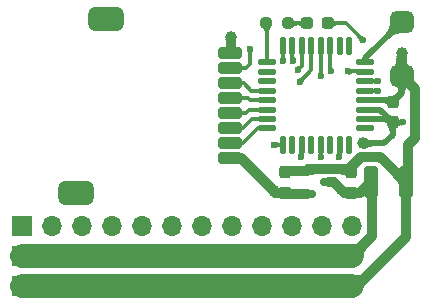
<source format=gbr>
%TF.GenerationSoftware,KiCad,Pcbnew,(6.0.5)*%
%TF.CreationDate,2023-02-03T09:53:40+08:00*%
%TF.ProjectId,Mini_Receiver,4d696e69-5f52-4656-9365-697665722e6b,rev?*%
%TF.SameCoordinates,Original*%
%TF.FileFunction,Copper,L1,Top*%
%TF.FilePolarity,Positive*%
%FSLAX46Y46*%
G04 Gerber Fmt 4.6, Leading zero omitted, Abs format (unit mm)*
G04 Created by KiCad (PCBNEW (6.0.5)) date 2023-02-03 09:53:40*
%MOMM*%
%LPD*%
G01*
G04 APERTURE LIST*
G04 Aperture macros list*
%AMRoundRect*
0 Rectangle with rounded corners*
0 $1 Rounding radius*
0 $2 $3 $4 $5 $6 $7 $8 $9 X,Y pos of 4 corners*
0 Add a 4 corners polygon primitive as box body*
4,1,4,$2,$3,$4,$5,$6,$7,$8,$9,$2,$3,0*
0 Add four circle primitives for the rounded corners*
1,1,$1+$1,$2,$3*
1,1,$1+$1,$4,$5*
1,1,$1+$1,$6,$7*
1,1,$1+$1,$8,$9*
0 Add four rect primitives between the rounded corners*
20,1,$1+$1,$2,$3,$4,$5,0*
20,1,$1+$1,$4,$5,$6,$7,0*
20,1,$1+$1,$6,$7,$8,$9,0*
20,1,$1+$1,$8,$9,$2,$3,0*%
G04 Aperture macros list end*
%TA.AperFunction,SMDPad,CuDef*%
%ADD10RoundRect,0.450000X-0.550000X0.450000X-0.550000X-0.450000X0.550000X-0.450000X0.550000X0.450000X0*%
%TD*%
%TA.AperFunction,ComponentPad*%
%ADD11R,1.700000X1.700000*%
%TD*%
%TA.AperFunction,ComponentPad*%
%ADD12O,1.700000X1.700000*%
%TD*%
%TA.AperFunction,SMDPad,CuDef*%
%ADD13RoundRect,0.150000X-0.587500X-0.150000X0.587500X-0.150000X0.587500X0.150000X-0.587500X0.150000X0*%
%TD*%
%TA.AperFunction,SMDPad,CuDef*%
%ADD14RoundRect,0.237500X0.250000X0.237500X-0.250000X0.237500X-0.250000X-0.237500X0.250000X-0.237500X0*%
%TD*%
%TA.AperFunction,SMDPad,CuDef*%
%ADD15RoundRect,0.237500X0.237500X-0.300000X0.237500X0.300000X-0.237500X0.300000X-0.237500X-0.300000X0*%
%TD*%
%TA.AperFunction,SMDPad,CuDef*%
%ADD16RoundRect,0.250000X-0.325000X-1.100000X0.325000X-1.100000X0.325000X1.100000X-0.325000X1.100000X0*%
%TD*%
%TA.AperFunction,SMDPad,CuDef*%
%ADD17RoundRect,0.237500X-0.287500X-0.237500X0.287500X-0.237500X0.287500X0.237500X-0.287500X0.237500X0*%
%TD*%
%TA.AperFunction,SMDPad,CuDef*%
%ADD18RoundRect,0.125000X0.125000X-0.625000X0.125000X0.625000X-0.125000X0.625000X-0.125000X-0.625000X0*%
%TD*%
%TA.AperFunction,SMDPad,CuDef*%
%ADD19RoundRect,0.125000X0.625000X-0.125000X0.625000X0.125000X-0.625000X0.125000X-0.625000X-0.125000X0*%
%TD*%
%TA.AperFunction,SMDPad,CuDef*%
%ADD20RoundRect,0.250000X0.750000X-0.250000X0.750000X0.250000X-0.750000X0.250000X-0.750000X-0.250000X0*%
%TD*%
%TA.AperFunction,SMDPad,CuDef*%
%ADD21RoundRect,0.500000X1.000000X-0.500000X1.000000X0.500000X-1.000000X0.500000X-1.000000X-0.500000X0*%
%TD*%
%TA.AperFunction,ViaPad*%
%ADD22C,1.000000*%
%TD*%
%TA.AperFunction,ViaPad*%
%ADD23C,0.600000*%
%TD*%
%TA.AperFunction,Conductor*%
%ADD24C,0.850000*%
%TD*%
%TA.AperFunction,Conductor*%
%ADD25C,0.500000*%
%TD*%
%TA.AperFunction,Conductor*%
%ADD26C,0.300000*%
%TD*%
%TA.AperFunction,Conductor*%
%ADD27C,2.000000*%
%TD*%
G04 APERTURE END LIST*
D10*
%TO.P,SW1,1,A*%
%TO.N,/KEY*%
X127381000Y-97014000D03*
%TO.P,SW1,2,B*%
%TO.N,GND*%
X127381000Y-101614000D03*
%TD*%
D11*
%TO.P,J3,1,Pin_1*%
%TO.N,GND*%
X95250000Y-119380000D03*
D12*
%TO.P,J3,2,Pin_2*%
X97790000Y-119380000D03*
%TO.P,J3,3,Pin_3*%
X100330000Y-119380000D03*
%TO.P,J3,4,Pin_4*%
X102870000Y-119380000D03*
%TO.P,J3,5,Pin_5*%
X105410000Y-119380000D03*
%TO.P,J3,6,Pin_6*%
X107950000Y-119380000D03*
%TO.P,J3,7,Pin_7*%
X110490000Y-119380000D03*
%TO.P,J3,8,Pin_8*%
X113030000Y-119380000D03*
%TO.P,J3,9,Pin_9*%
X115570000Y-119380000D03*
%TO.P,J3,10,Pin_10*%
X118110000Y-119380000D03*
%TO.P,J3,11,Pin_11*%
X120650000Y-119380000D03*
%TO.P,J3,12,Pin_12*%
X123190000Y-119380000D03*
%TD*%
D11*
%TO.P,J2,1,Pin_1*%
%TO.N,VCC*%
X95250000Y-116840000D03*
D12*
%TO.P,J2,2,Pin_2*%
X97790000Y-116840000D03*
%TO.P,J2,3,Pin_3*%
X100330000Y-116840000D03*
%TO.P,J2,4,Pin_4*%
X102870000Y-116840000D03*
%TO.P,J2,5,Pin_5*%
X105410000Y-116840000D03*
%TO.P,J2,6,Pin_6*%
X107950000Y-116840000D03*
%TO.P,J2,7,Pin_7*%
X110490000Y-116840000D03*
%TO.P,J2,8,Pin_8*%
X113030000Y-116840000D03*
%TO.P,J2,9,Pin_9*%
X115570000Y-116840000D03*
%TO.P,J2,10,Pin_10*%
X118110000Y-116840000D03*
%TO.P,J2,11,Pin_11*%
X120650000Y-116840000D03*
%TO.P,J2,12,Pin_12*%
X123190000Y-116840000D03*
%TD*%
D11*
%TO.P,J1,1,Pin_1*%
%TO.N,/PWM8*%
X95250000Y-114300000D03*
D12*
%TO.P,J1,2,Pin_2*%
%TO.N,/PWM7*%
X97790000Y-114300000D03*
%TO.P,J1,3,Pin_3*%
%TO.N,/PWM6*%
X100330000Y-114300000D03*
%TO.P,J1,4,Pin_4*%
%TO.N,/PWM5*%
X102870000Y-114300000D03*
%TO.P,J1,5,Pin_5*%
%TO.N,/PWM1*%
X105410000Y-114300000D03*
%TO.P,J1,6,Pin_6*%
%TO.N,/PWM2*%
X107950000Y-114300000D03*
%TO.P,J1,7,Pin_7*%
%TO.N,/PWM3*%
X110490000Y-114300000D03*
%TO.P,J1,8,Pin_8*%
%TO.N,/PWM4*%
X113030000Y-114300000D03*
%TO.P,J1,9,Pin_9*%
%TO.N,/CH10*%
X115570000Y-114300000D03*
%TO.P,J1,10,Pin_10*%
%TO.N,/CH11*%
X118110000Y-114300000D03*
%TO.P,J1,11,Pin_11*%
%TO.N,/RXD*%
X120650000Y-114300000D03*
%TO.P,J1,12,Pin_12*%
%TO.N,/TXD*%
X123190000Y-114300000D03*
%TD*%
D13*
%TO.P,U2,1,GND*%
%TO.N,GND*%
X119331500Y-109667000D03*
%TO.P,U2,2,VO*%
%TO.N,+3V3*%
X119331500Y-111567000D03*
%TO.P,U2,3,VI*%
%TO.N,VCC*%
X121206500Y-110617000D03*
%TD*%
D14*
%TO.P,R1,2*%
%TO.N,/LED*%
X115927500Y-97155000D03*
%TO.P,R1,1*%
%TO.N,Net-(D1-Pad1)*%
X117752500Y-97155000D03*
%TD*%
D15*
%TO.P,C4,1*%
%TO.N,+3V3*%
X126619000Y-105510500D03*
%TO.P,C4,2*%
%TO.N,GND*%
X126619000Y-103785500D03*
%TD*%
%TO.P,C2,1*%
%TO.N,VCC*%
X123063000Y-111479500D03*
%TO.P,C2,2*%
%TO.N,GND*%
X123063000Y-109754500D03*
%TD*%
D16*
%TO.P,C1,1*%
%TO.N,VCC*%
X124763000Y-110617000D03*
%TO.P,C1,2*%
%TO.N,GND*%
X127713000Y-110617000D03*
%TD*%
D15*
%TO.P,C3,1*%
%TO.N,+3V3*%
X117475000Y-111479500D03*
%TO.P,C3,2*%
%TO.N,GND*%
X117475000Y-109754500D03*
%TD*%
D17*
%TO.P,D1,2,A*%
%TO.N,+3V3*%
X121144000Y-97155000D03*
%TO.P,D1,1,K*%
%TO.N,Net-(D1-Pad1)*%
X119394000Y-97155000D03*
%TD*%
D18*
%TO.P,U1,1,P1.0/ADC0/RXD2/PWM1P*%
%TO.N,/PWM1*%
X117342000Y-107426000D03*
%TO.P,U1,2,P1.1/ADC1/TXD2/PWM1N*%
%TO.N,unconnected-(U1-Pad2)*%
X118142000Y-107426000D03*
%TO.P,U1,3,P1.2/ADC2/SS/T2/PWM2P*%
%TO.N,/PWM2*%
X118942000Y-107426000D03*
%TO.P,U1,4,P1.3/ADC3/MOSI/PWM2N*%
%TO.N,unconnected-(U1-Pad4)*%
X119742000Y-107426000D03*
%TO.P,U1,5,P1.4/ADC4/MISO/PWM3P*%
%TO.N,/PWM3*%
X120542000Y-107426000D03*
%TO.P,U1,6,P1.5/ADC5/SCLK/PWM3N*%
%TO.N,unconnected-(U1-Pad6)*%
X121342000Y-107426000D03*
%TO.P,U1,7,P1.6/ADC6/XO/PWM4P*%
%TO.N,/PWM4*%
X122142000Y-107426000D03*
%TO.P,U1,8,P1.7/ADC7/XI/PWM4N*%
%TO.N,unconnected-(U1-Pad8)*%
X122942000Y-107426000D03*
D19*
%TO.P,U1,9,P5.4/MCLKO*%
%TO.N,unconnected-(U1-Pad9)*%
X124317000Y-106051000D03*
%TO.P,U1,10,VCC*%
%TO.N,+3V3*%
X124317000Y-105251000D03*
%TO.P,U1,11,ADC_VREF*%
X124317000Y-104451000D03*
%TO.P,U1,12,GND*%
%TO.N,GND*%
X124317000Y-103651000D03*
%TO.P,U1,13,P3.0/RXD*%
%TO.N,/RXD*%
X124317000Y-102851000D03*
%TO.P,U1,14,P3.1/TXD*%
%TO.N,/TXD*%
X124317000Y-102051000D03*
%TO.P,U1,15,P3.2/INT0*%
%TO.N,/IRQ*%
X124317000Y-101251000D03*
%TO.P,U1,16,P3.3/INT1*%
%TO.N,/KEY*%
X124317000Y-100451000D03*
D18*
%TO.P,U1,17,P3.4/T0/T1CLKO/CMPO*%
%TO.N,unconnected-(U1-Pad17)*%
X122942000Y-99076000D03*
%TO.P,U1,18,P3.5/T1/T0CLKO*%
%TO.N,unconnected-(U1-Pad18)*%
X122142000Y-99076000D03*
%TO.P,U1,19,P3.6/INT2/CMP-*%
%TO.N,/CH11*%
X121342000Y-99076000D03*
%TO.P,U1,20,P3.7/INT3/CMP+*%
%TO.N,/CH10*%
X120542000Y-99076000D03*
%TO.P,U1,21,P2.0/PWM5*%
%TO.N,/PWM5*%
X119742000Y-99076000D03*
%TO.P,U1,22,P2.1/PWM6*%
%TO.N,/PWM6*%
X118942000Y-99076000D03*
%TO.P,U1,23,P2.2/PWM7*%
%TO.N,/PWM7*%
X118142000Y-99076000D03*
%TO.P,U1,24,P2.3/PWM8*%
%TO.N,/PWM8*%
X117342000Y-99076000D03*
D19*
%TO.P,U1,25,P2.4/SDA__2*%
%TO.N,/LED*%
X115967000Y-100451000D03*
%TO.P,U1,26,P2.5/SCL2*%
%TO.N,unconnected-(U1-Pad26)*%
X115967000Y-101251000D03*
%TO.P,U1,27,P2.6*%
%TO.N,unconnected-(U1-Pad27)*%
X115967000Y-102051000D03*
%TO.P,U1,28,P2.7*%
%TO.N,/MISO*%
X115967000Y-102851000D03*
%TO.P,U1,29,P0.0/ADC8*%
%TO.N,/MOSI*%
X115967000Y-103651000D03*
%TO.P,U1,30,P0.1/ADC9*%
%TO.N,/SCK*%
X115967000Y-104451000D03*
%TO.P,U1,31,P0.2/ADC10*%
%TO.N,/CSN*%
X115967000Y-105251000D03*
%TO.P,U1,32,P0.3/ADC11*%
%TO.N,/CE*%
X115967000Y-106051000D03*
%TD*%
D20*
%TO.P,U3,1,VCC*%
%TO.N,+3V3*%
X112814000Y-108559600D03*
%TO.P,U3,2,CE*%
%TO.N,/CE*%
X112814000Y-107289600D03*
%TO.P,U3,3,CSN*%
%TO.N,/CSN*%
X112814000Y-106019600D03*
%TO.P,U3,4,SCK*%
%TO.N,/SCK*%
X112814000Y-104749600D03*
%TO.P,U3,5,MOSI*%
%TO.N,/MOSI*%
X112814000Y-103479600D03*
%TO.P,U3,6,MISO*%
%TO.N,/MISO*%
X112814000Y-102209600D03*
%TO.P,U3,7,IRQ*%
%TO.N,/IRQ*%
X112814000Y-100939600D03*
%TO.P,U3,8,GND*%
%TO.N,GND*%
X112814000Y-99669600D03*
D21*
%TO.P,U3,MP*%
%TO.N,N/C*%
X102314000Y-96748600D03*
X99814000Y-111480600D03*
%TD*%
D22*
%TO.N,GND*%
X127381000Y-99695000D03*
X112903000Y-98298000D03*
D23*
%TO.N,+3V3*%
X127508000Y-105537000D03*
X124079000Y-98552000D03*
%TO.N,/IRQ*%
X114554000Y-99314000D03*
X122809000Y-101219000D03*
%TO.N,/CH11*%
X121412000Y-101219000D03*
%TO.N,/CH10*%
X120523000Y-101600000D03*
%TO.N,/PWM4*%
X122047000Y-108458000D03*
%TO.N,/PWM3*%
X120523000Y-108458000D03*
%TO.N,/PWM2*%
X118872000Y-108458000D03*
%TO.N,/PWM1*%
X116586000Y-107442000D03*
%TO.N,/PWM5*%
X118745000Y-102108000D03*
%TO.N,/PWM6*%
X118569297Y-101093822D03*
%TO.N,/PWM7*%
X118197503Y-100330000D03*
%TO.N,/PWM8*%
X117348000Y-100330000D03*
%TO.N,/TXD*%
X125349000Y-102001997D03*
%TO.N,/RXD*%
X125349000Y-102851500D03*
D22*
%TO.N,+3V3*%
X124079000Y-107315000D03*
X116586000Y-111379000D03*
%TD*%
D24*
%TO.N,GND*%
X128482511Y-102715511D02*
X127381000Y-101614000D01*
X127889000Y-107442000D02*
X128482511Y-106848489D01*
X128482511Y-106848489D02*
X128482511Y-102715511D01*
X127889000Y-110441000D02*
X127889000Y-107442000D01*
X127713000Y-110617000D02*
X127889000Y-110441000D01*
X127713000Y-115238000D02*
X127713000Y-110617000D01*
X123571000Y-119380000D02*
X127713000Y-115238000D01*
X123190000Y-119380000D02*
X123571000Y-119380000D01*
%TO.N,VCC*%
X124841000Y-110695000D02*
X124763000Y-110617000D01*
X124841000Y-115189000D02*
X124841000Y-110695000D01*
X123190000Y-116840000D02*
X124841000Y-115189000D01*
%TO.N,GND*%
X117562500Y-109667000D02*
X117475000Y-109754500D01*
X119331500Y-109667000D02*
X117562500Y-109667000D01*
X119481020Y-109517480D02*
X119331500Y-109667000D01*
X122825980Y-109517480D02*
X119481020Y-109517480D01*
X123063000Y-109754500D02*
X122825980Y-109517480D01*
D25*
%TO.N,+3V3*%
X126619000Y-106616500D02*
X126619000Y-105510500D01*
X125920500Y-107315000D02*
X126619000Y-106616500D01*
X124079000Y-107315000D02*
X125920500Y-107315000D01*
D24*
%TO.N,GND*%
X125585511Y-108489511D02*
X127713000Y-110617000D01*
X123920489Y-108489511D02*
X125585511Y-108489511D01*
X123063000Y-109754500D02*
X123063000Y-109347000D01*
X123063000Y-109347000D02*
X123920489Y-108489511D01*
D26*
%TO.N,/PWM2*%
X118942000Y-108388000D02*
X118942000Y-107426000D01*
X118872000Y-108458000D02*
X118942000Y-108388000D01*
%TO.N,/PWM3*%
X120542000Y-108439000D02*
X120542000Y-107426000D01*
X120523000Y-108458000D02*
X120542000Y-108439000D01*
%TO.N,/PWM4*%
X122047000Y-108458000D02*
X122142000Y-108363000D01*
X122142000Y-108363000D02*
X122142000Y-107426000D01*
D24*
%TO.N,GND*%
X112903000Y-99580600D02*
X112814000Y-99669600D01*
X112903000Y-98298000D02*
X112903000Y-99580600D01*
X127381000Y-101614000D02*
X127381000Y-99695000D01*
D26*
%TO.N,+3V3*%
X126645500Y-105537000D02*
X126619000Y-105510500D01*
X127508000Y-105537000D02*
X126645500Y-105537000D01*
X122682000Y-97155000D02*
X121144000Y-97155000D01*
X124079000Y-98552000D02*
X122682000Y-97155000D01*
D25*
%TO.N,/KEY*%
X124317000Y-100078000D02*
X127381000Y-97014000D01*
X124317000Y-100451000D02*
X124317000Y-100078000D01*
%TO.N,GND*%
X127381000Y-103023500D02*
X126619000Y-103785500D01*
X127381000Y-101614000D02*
X127381000Y-103023500D01*
D26*
%TO.N,/LED*%
X115967000Y-97194500D02*
X115927500Y-97155000D01*
X115967000Y-100451000D02*
X115967000Y-97194500D01*
%TO.N,Net-(D1-Pad1)*%
X117752500Y-97155000D02*
X119394000Y-97155000D01*
%TO.N,/IRQ*%
X114198400Y-100939600D02*
X112814000Y-100939600D01*
X114554000Y-99314000D02*
X114554000Y-100584000D01*
X114554000Y-100584000D02*
X114198400Y-100939600D01*
X124285000Y-101219000D02*
X124317000Y-101251000D01*
X122809000Y-101219000D02*
X124285000Y-101219000D01*
%TO.N,/CH11*%
X121342000Y-101149000D02*
X121412000Y-101219000D01*
X121342000Y-99076000D02*
X121342000Y-101149000D01*
%TO.N,/CH10*%
X120542000Y-101581000D02*
X120523000Y-101600000D01*
X120542000Y-99076000D02*
X120542000Y-101581000D01*
D27*
%TO.N,VCC*%
X95250000Y-116840000D02*
X123190000Y-116840000D01*
%TO.N,GND*%
X95250000Y-119380000D02*
X123190000Y-119380000D01*
D26*
%TO.N,/PWM1*%
X116602000Y-107426000D02*
X117342000Y-107426000D01*
X116586000Y-107442000D02*
X116602000Y-107426000D01*
%TO.N,/PWM5*%
X119742000Y-101111000D02*
X118745000Y-102108000D01*
X119742000Y-99076000D02*
X119742000Y-101111000D01*
%TO.N,/PWM6*%
X118942000Y-100721119D02*
X118569297Y-101093822D01*
X118942000Y-99076000D02*
X118942000Y-100721119D01*
%TO.N,/PWM7*%
X118142000Y-100274497D02*
X118197503Y-100330000D01*
X118142000Y-99076000D02*
X118142000Y-100274497D01*
%TO.N,/PWM8*%
X117342000Y-100324000D02*
X117348000Y-100330000D01*
X117342000Y-99076000D02*
X117342000Y-100324000D01*
%TO.N,/TXD*%
X125299997Y-102051000D02*
X124317000Y-102051000D01*
X125349000Y-102001997D02*
X125299997Y-102051000D01*
%TO.N,/RXD*%
X125348500Y-102851000D02*
X124317000Y-102851000D01*
X125349000Y-102851500D02*
X125348500Y-102851000D01*
D25*
%TO.N,GND*%
X126484500Y-103651000D02*
X126619000Y-103785500D01*
X124317000Y-103651000D02*
X126484500Y-103651000D01*
%TO.N,+3V3*%
X126359500Y-105251000D02*
X126619000Y-105510500D01*
X124317000Y-105251000D02*
X126359500Y-105251000D01*
X125559500Y-104451000D02*
X126619000Y-105510500D01*
X124317000Y-104451000D02*
X125559500Y-104451000D01*
D24*
X116586000Y-111379000D02*
X113766600Y-108559600D01*
X113766600Y-108559600D02*
X112814000Y-108559600D01*
X116686500Y-111479500D02*
X116586000Y-111379000D01*
X117475000Y-111479500D02*
X116686500Y-111479500D01*
X117562500Y-111567000D02*
X117475000Y-111479500D01*
X119331500Y-111567000D02*
X117562500Y-111567000D01*
%TO.N,VCC*%
X121666000Y-110617000D02*
X121206500Y-110617000D01*
X122528500Y-111479500D02*
X121666000Y-110617000D01*
X123063000Y-111479500D02*
X122528500Y-111479500D01*
X123900500Y-111479500D02*
X124763000Y-110617000D01*
X123063000Y-111479500D02*
X123900500Y-111479500D01*
D26*
%TO.N,/CE*%
X115183000Y-106051000D02*
X115967000Y-106051000D01*
X113944400Y-107289600D02*
X115183000Y-106051000D01*
X112814000Y-107289600D02*
X113944400Y-107289600D01*
%TO.N,/CSN*%
X114713000Y-105251000D02*
X115967000Y-105251000D01*
X113944400Y-106019600D02*
X114713000Y-105251000D01*
X112814000Y-106019600D02*
X113944400Y-106019600D01*
%TO.N,/SCK*%
X114497000Y-104451000D02*
X115967000Y-104451000D01*
X114198400Y-104749600D02*
X114497000Y-104451000D01*
X112814000Y-104749600D02*
X114198400Y-104749600D01*
%TO.N,/MOSI*%
X114573000Y-103651000D02*
X115967000Y-103651000D01*
X114401600Y-103479600D02*
X114573000Y-103651000D01*
X112814000Y-103479600D02*
X114401600Y-103479600D01*
%TO.N,/MISO*%
X114020600Y-102209600D02*
X114662000Y-102851000D01*
X112814000Y-102209600D02*
X114020600Y-102209600D01*
X114662000Y-102851000D02*
X115967000Y-102851000D01*
%TD*%
%TA.AperFunction,Conductor*%
%TO.N,GND*%
G36*
X128184278Y-101588736D02*
G01*
X128273185Y-101611959D01*
X128280323Y-101617365D01*
X128281861Y-101622032D01*
X128298542Y-101777615D01*
X128346157Y-101913309D01*
X128416326Y-102029115D01*
X128501531Y-102133066D01*
X128501642Y-102133186D01*
X128501643Y-102133187D01*
X128594185Y-102233121D01*
X128594346Y-102233299D01*
X128686613Y-102337131D01*
X128687313Y-102338000D01*
X128771636Y-102453385D01*
X128772601Y-102454948D01*
X128839754Y-102585938D01*
X128841838Y-102590004D01*
X128842668Y-102592102D01*
X128889652Y-102755105D01*
X128890066Y-102757330D01*
X128906404Y-102945024D01*
X128903707Y-102953564D01*
X128895763Y-102957695D01*
X128894748Y-102957739D01*
X128067973Y-102957739D01*
X128059700Y-102954312D01*
X128056346Y-102947342D01*
X128056087Y-102945024D01*
X128041565Y-102815394D01*
X128016488Y-102757330D01*
X127996912Y-102712003D01*
X127996911Y-102712002D01*
X127996495Y-102711038D01*
X127926453Y-102638173D01*
X127835590Y-102590303D01*
X127728057Y-102560931D01*
X127608006Y-102543560D01*
X127479587Y-102531693D01*
X127346953Y-102518835D01*
X127214254Y-102498487D01*
X127085643Y-102464155D01*
X127062802Y-101295802D01*
X128184278Y-101588736D01*
G37*
%TD.AperFunction*%
%TD*%
%TA.AperFunction,Conductor*%
%TO.N,GND*%
G36*
X128310401Y-109489427D02*
G01*
X128313827Y-109497870D01*
X128311849Y-109633979D01*
X128311839Y-109634311D01*
X128306211Y-109765480D01*
X128306196Y-109765764D01*
X128298299Y-109883080D01*
X128298286Y-109883247D01*
X128289333Y-109989341D01*
X128280549Y-110086751D01*
X128273161Y-110178031D01*
X128268391Y-110265798D01*
X128267462Y-110352673D01*
X128271594Y-110441276D01*
X128271618Y-110441486D01*
X128281134Y-110526406D01*
X128278650Y-110535009D01*
X128275102Y-110537984D01*
X127626237Y-110891095D01*
X127295268Y-110221875D01*
X127338863Y-110170367D01*
X127374241Y-110116642D01*
X127402257Y-110059691D01*
X127423765Y-109998505D01*
X127439619Y-109932076D01*
X127450675Y-109859396D01*
X127457786Y-109779457D01*
X127458433Y-109765264D01*
X127458701Y-109759402D01*
X127461805Y-109691306D01*
X127461808Y-109691250D01*
X127463594Y-109593767D01*
X127463956Y-109497656D01*
X127467414Y-109489396D01*
X127475656Y-109486000D01*
X128302128Y-109486000D01*
X128310401Y-109489427D01*
G37*
%TD.AperFunction*%
%TD*%
%TA.AperFunction,Conductor*%
%TO.N,GND*%
G36*
X128037719Y-110667168D02*
G01*
X128038726Y-110668215D01*
X128225094Y-110862015D01*
X128228359Y-110870354D01*
X128227392Y-110874788D01*
X128198545Y-110941170D01*
X128174476Y-111013303D01*
X128157228Y-111085884D01*
X128145735Y-111160764D01*
X128138933Y-111239796D01*
X128135757Y-111324829D01*
X128135757Y-111324898D01*
X128135140Y-111417715D01*
X128136019Y-111520305D01*
X128137326Y-111634377D01*
X128137327Y-111634449D01*
X128137938Y-111750238D01*
X128134555Y-111758529D01*
X128126238Y-111762000D01*
X127299762Y-111762000D01*
X127291489Y-111758573D01*
X127288062Y-111750238D01*
X127288672Y-111634449D01*
X127288673Y-111634377D01*
X127289980Y-111520305D01*
X127290859Y-111417715D01*
X127290242Y-111324898D01*
X127290242Y-111324829D01*
X127287066Y-111239796D01*
X127280264Y-111160764D01*
X127268771Y-111085884D01*
X127251523Y-111013303D01*
X127227454Y-110941170D01*
X127198608Y-110874788D01*
X127198454Y-110865834D01*
X127200906Y-110862015D01*
X127251874Y-110809014D01*
X127713000Y-110329500D01*
X128037719Y-110667168D01*
G37*
%TD.AperFunction*%
%TD*%
%TA.AperFunction,Conductor*%
%TO.N,GND*%
G36*
X124261430Y-118104675D02*
G01*
X124846200Y-118689445D01*
X124849627Y-118697718D01*
X124846276Y-118705915D01*
X124703180Y-118851663D01*
X124576487Y-118986453D01*
X124469468Y-119106393D01*
X124377273Y-119215864D01*
X124295049Y-119319249D01*
X124217947Y-119420930D01*
X124141116Y-119525289D01*
X124059704Y-119636706D01*
X123968861Y-119759564D01*
X123921703Y-119821774D01*
X123868696Y-119891701D01*
X123860967Y-119896224D01*
X123855895Y-119895804D01*
X122821569Y-119573848D01*
X122814688Y-119568117D01*
X122814019Y-119558766D01*
X123176194Y-118537703D01*
X123182190Y-118531051D01*
X123186994Y-118529916D01*
X123310531Y-118527525D01*
X123310607Y-118527521D01*
X123310622Y-118527521D01*
X123429101Y-118522000D01*
X123429114Y-118521999D01*
X123429265Y-118521992D01*
X123459953Y-118518942D01*
X123537703Y-118511215D01*
X123537709Y-118511214D01*
X123537922Y-118511193D01*
X123538140Y-118511154D01*
X123538144Y-118511153D01*
X123639017Y-118492905D01*
X123639022Y-118492904D01*
X123639325Y-118492849D01*
X123639623Y-118492762D01*
X123639629Y-118492761D01*
X123673695Y-118482864D01*
X123736293Y-118464678D01*
X123831648Y-118424399D01*
X123928211Y-118369733D01*
X124028803Y-118298398D01*
X124028980Y-118298249D01*
X124028992Y-118298240D01*
X124136094Y-118208241D01*
X124136244Y-118208115D01*
X124245088Y-118104475D01*
X124253444Y-118101252D01*
X124261430Y-118104675D01*
G37*
%TD.AperFunction*%
%TD*%
%TA.AperFunction,Conductor*%
%TO.N,VCC*%
G36*
X124734081Y-110339646D02*
G01*
X124829150Y-110415090D01*
X124829151Y-110415090D01*
X124964171Y-110522238D01*
X124965559Y-110523339D01*
X124965559Y-110523340D01*
X125303236Y-110791308D01*
X125307586Y-110799135D01*
X125307209Y-110803702D01*
X125285396Y-110879682D01*
X125285351Y-110879902D01*
X125271841Y-110945931D01*
X125268894Y-110960332D01*
X125258699Y-111040351D01*
X125253643Y-111121969D01*
X125253641Y-111122091D01*
X125253641Y-111122103D01*
X125253435Y-111138390D01*
X125252563Y-111207413D01*
X125252565Y-111207505D01*
X125254291Y-111298879D01*
X125254292Y-111298910D01*
X125257666Y-111398690D01*
X125261519Y-111508979D01*
X125261522Y-111509086D01*
X125264683Y-111631934D01*
X125264686Y-111632124D01*
X125265887Y-111758189D01*
X125262540Y-111766494D01*
X125254188Y-111770000D01*
X124427718Y-111770000D01*
X124419445Y-111766573D01*
X124416018Y-111758282D01*
X124416183Y-111649711D01*
X124416183Y-111649698D01*
X124416091Y-111564646D01*
X124416090Y-111564644D01*
X124416065Y-111541590D01*
X124414641Y-111444137D01*
X124410904Y-111355851D01*
X124403851Y-111275231D01*
X124392477Y-111200776D01*
X124375776Y-111130986D01*
X124352744Y-111064359D01*
X124322376Y-110999395D01*
X124283668Y-110934593D01*
X124717366Y-110341902D01*
X124725017Y-110337249D01*
X124734081Y-110339646D01*
G37*
%TD.AperFunction*%
%TD*%
%TA.AperFunction,Conductor*%
%TO.N,VCC*%
G36*
X124092627Y-115352608D02*
G01*
X124677391Y-115937372D01*
X124680818Y-115945645D01*
X124677526Y-115953781D01*
X124599494Y-116034417D01*
X124553901Y-116081531D01*
X124500801Y-116141186D01*
X124445794Y-116202983D01*
X124445784Y-116202995D01*
X124445678Y-116203114D01*
X124357281Y-116314118D01*
X124285130Y-116418399D01*
X124285020Y-116418586D01*
X124285012Y-116418599D01*
X124225753Y-116519633D01*
X124225646Y-116519816D01*
X124175248Y-116622226D01*
X124130356Y-116729487D01*
X124087392Y-116845456D01*
X124087358Y-116845555D01*
X124087349Y-116845579D01*
X124042774Y-116973991D01*
X123995583Y-117111216D01*
X123989652Y-117117925D01*
X123984749Y-117119109D01*
X123473240Y-117129108D01*
X122901645Y-117140282D01*
X122893306Y-117137017D01*
X122889718Y-117128355D01*
X122910891Y-116045252D01*
X122914479Y-116037048D01*
X122918784Y-116034417D01*
X123056008Y-115987225D01*
X123184543Y-115942607D01*
X123204910Y-115935061D01*
X123300408Y-115899682D01*
X123300426Y-115899675D01*
X123300512Y-115899643D01*
X123407773Y-115854751D01*
X123426961Y-115845308D01*
X123509999Y-115804444D01*
X123510008Y-115804439D01*
X123510183Y-115804353D01*
X123510359Y-115804250D01*
X123510366Y-115804246D01*
X123611400Y-115744987D01*
X123611413Y-115744979D01*
X123611600Y-115744869D01*
X123715881Y-115672718D01*
X123826885Y-115584321D01*
X123827004Y-115584215D01*
X123827016Y-115584205D01*
X123888813Y-115529198D01*
X123948468Y-115476098D01*
X124076220Y-115352472D01*
X124084546Y-115349183D01*
X124092627Y-115352608D01*
G37*
%TD.AperFunction*%
%TD*%
%TA.AperFunction,Conductor*%
%TO.N,GND*%
G36*
X118413960Y-109245476D02*
G01*
X118417500Y-109253861D01*
X118417500Y-110080417D01*
X118414073Y-110088690D01*
X118405918Y-110092116D01*
X118318955Y-110092983D01*
X118223028Y-110095696D01*
X118222939Y-110095700D01*
X118222938Y-110095700D01*
X118131525Y-110099774D01*
X118131445Y-110099778D01*
X118045935Y-110104872D01*
X117968226Y-110110620D01*
X117968153Y-110110626D01*
X117919720Y-110114918D01*
X117900044Y-110116662D01*
X117854419Y-110121454D01*
X117843175Y-110122635D01*
X117843164Y-110122636D01*
X117843119Y-110122641D01*
X117799178Y-110128198D01*
X117788541Y-110129936D01*
X117770285Y-110132919D01*
X117770281Y-110132920D01*
X117769950Y-110132974D01*
X117769632Y-110133064D01*
X117769625Y-110133066D01*
X117762307Y-110135148D01*
X117752686Y-110133675D01*
X117744366Y-110128214D01*
X117251725Y-109804869D01*
X117246689Y-109797465D01*
X117248622Y-109788291D01*
X117291496Y-109728225D01*
X117596421Y-109301032D01*
X117604016Y-109296290D01*
X117605793Y-109296131D01*
X117612139Y-109296051D01*
X117616270Y-109295999D01*
X117616272Y-109295999D01*
X117616500Y-109295996D01*
X117616727Y-109295975D01*
X117616731Y-109295975D01*
X117653085Y-109292643D01*
X117653120Y-109292639D01*
X117653157Y-109292636D01*
X117707753Y-109286872D01*
X117707755Y-109286873D01*
X117707755Y-109286872D01*
X117778213Y-109279451D01*
X117778288Y-109279444D01*
X117862415Y-109271126D01*
X117862534Y-109271115D01*
X117924165Y-109265660D01*
X117958319Y-109262637D01*
X117958446Y-109262627D01*
X118063893Y-109254730D01*
X118063989Y-109254723D01*
X118137589Y-109250446D01*
X118176882Y-109248163D01*
X118177118Y-109248151D01*
X118295449Y-109243668D01*
X118295732Y-109243661D01*
X118405640Y-109242162D01*
X118413960Y-109245476D01*
G37*
%TD.AperFunction*%
%TD*%
%TA.AperFunction,Conductor*%
%TO.N,GND*%
G36*
X122305673Y-109097700D02*
G01*
X122306480Y-109097760D01*
X122436214Y-109111893D01*
X122436885Y-109111986D01*
X122490468Y-109121055D01*
X122560019Y-109132826D01*
X122560595Y-109132938D01*
X122675041Y-109158260D01*
X122675520Y-109158377D01*
X122779123Y-109185934D01*
X122779518Y-109186046D01*
X122809150Y-109195051D01*
X122870409Y-109213668D01*
X122946403Y-109239103D01*
X123005228Y-109260049D01*
X123044790Y-109274263D01*
X123063000Y-109279500D01*
X123250084Y-109816214D01*
X123250519Y-109817461D01*
X123250519Y-109817463D01*
X123265280Y-109859809D01*
X123264767Y-109868749D01*
X123258083Y-109874708D01*
X123257115Y-109874999D01*
X123137718Y-109905361D01*
X123137717Y-109905361D01*
X122815496Y-109987301D01*
X122676181Y-110022728D01*
X122667739Y-110021684D01*
X122663234Y-110019252D01*
X122662834Y-110019036D01*
X122641265Y-110011379D01*
X122608359Y-110001670D01*
X122608299Y-110001655D01*
X122608293Y-110001653D01*
X122565484Y-109990710D01*
X122565469Y-109990707D01*
X122565432Y-109990697D01*
X122565378Y-109990685D01*
X122513848Y-109979260D01*
X122513834Y-109979257D01*
X122513797Y-109979249D01*
X122454767Y-109968114D01*
X122454676Y-109968100D01*
X122454659Y-109968097D01*
X122389774Y-109958100D01*
X122389773Y-109958100D01*
X122389657Y-109958082D01*
X122374794Y-109956350D01*
X122319892Y-109949952D01*
X122319890Y-109949952D01*
X122319780Y-109949939D01*
X122285559Y-109947390D01*
X122246561Y-109944484D01*
X122246548Y-109944483D01*
X122246449Y-109944476D01*
X122229695Y-109944033D01*
X122182371Y-109942781D01*
X122174191Y-109939136D01*
X122170980Y-109931085D01*
X122170980Y-109104642D01*
X122174407Y-109096369D01*
X122183133Y-109092951D01*
X122305673Y-109097700D01*
G37*
%TD.AperFunction*%
%TD*%
%TA.AperFunction,Conductor*%
%TO.N,+3V3*%
G36*
X126921390Y-105587448D02*
G01*
X127040855Y-105711677D01*
X127044120Y-105720016D01*
X127042956Y-105724878D01*
X127009819Y-105793437D01*
X127009818Y-105793438D01*
X127009819Y-105793438D01*
X126985968Y-105844213D01*
X126977928Y-105861328D01*
X126950610Y-105924044D01*
X126927644Y-105984410D01*
X126908813Y-106045252D01*
X126893896Y-106109396D01*
X126882675Y-106179667D01*
X126874932Y-106258891D01*
X126870446Y-106349893D01*
X126870445Y-106349973D01*
X126869158Y-106443960D01*
X126865618Y-106452186D01*
X126857459Y-106455500D01*
X126380541Y-106455500D01*
X126372268Y-106452073D01*
X126368842Y-106443960D01*
X126367554Y-106349973D01*
X126367553Y-106349893D01*
X126363067Y-106258891D01*
X126355324Y-106179667D01*
X126344103Y-106109396D01*
X126329186Y-106045252D01*
X126310355Y-105984410D01*
X126287389Y-105924044D01*
X126260071Y-105861328D01*
X126258606Y-105858208D01*
X126228180Y-105793438D01*
X126228180Y-105793437D01*
X126228178Y-105793434D01*
X126203034Y-105741410D01*
X126203031Y-105741404D01*
X126191500Y-105717547D01*
X126619000Y-105273000D01*
X126921390Y-105587448D01*
G37*
%TD.AperFunction*%
%TD*%
%TA.AperFunction,Conductor*%
%TO.N,+3V3*%
G36*
X124304293Y-106868591D02*
G01*
X124377563Y-106904390D01*
X124449207Y-106939197D01*
X124514958Y-106969523D01*
X124577895Y-106995471D01*
X124578071Y-106995531D01*
X124578078Y-106995534D01*
X124640885Y-107017071D01*
X124641101Y-107017145D01*
X124707656Y-107034647D01*
X124707869Y-107034686D01*
X124707877Y-107034688D01*
X124780451Y-107048046D01*
X124780455Y-107048047D01*
X124780642Y-107048081D01*
X124863141Y-107057549D01*
X124900393Y-107059745D01*
X124958123Y-107063148D01*
X124958143Y-107063149D01*
X124958233Y-107063154D01*
X125057496Y-107064808D01*
X125065710Y-107068372D01*
X125069000Y-107076506D01*
X125069000Y-107553494D01*
X125065573Y-107561767D01*
X125057496Y-107565192D01*
X124958233Y-107566845D01*
X124958143Y-107566850D01*
X124958123Y-107566851D01*
X124900393Y-107570254D01*
X124863141Y-107572450D01*
X124780642Y-107581918D01*
X124780455Y-107581952D01*
X124780451Y-107581953D01*
X124707877Y-107595311D01*
X124707869Y-107595313D01*
X124707656Y-107595352D01*
X124641101Y-107612854D01*
X124640887Y-107612927D01*
X124640885Y-107612928D01*
X124578078Y-107634465D01*
X124578071Y-107634468D01*
X124577895Y-107634528D01*
X124514958Y-107660476D01*
X124449207Y-107690802D01*
X124377563Y-107725609D01*
X124304293Y-107761409D01*
X124295357Y-107761962D01*
X124291048Y-107759330D01*
X124106598Y-107581953D01*
X123837769Y-107323433D01*
X123834181Y-107315229D01*
X123837769Y-107306567D01*
X124089169Y-107064808D01*
X124291048Y-106870670D01*
X124299387Y-106867405D01*
X124304293Y-106868591D01*
G37*
%TD.AperFunction*%
%TD*%
%TA.AperFunction,Conductor*%
%TO.N,GND*%
G36*
X127212157Y-109515205D02*
G01*
X127293599Y-109597511D01*
X127373386Y-109679148D01*
X127445307Y-109752311D01*
X127511423Y-109817555D01*
X127573796Y-109875436D01*
X127634490Y-109926510D01*
X127695564Y-109971332D01*
X127759083Y-110010458D01*
X127827107Y-110044444D01*
X127901700Y-110073846D01*
X127916293Y-110820293D01*
X127253488Y-110807335D01*
X127231784Y-110806911D01*
X127177642Y-110805852D01*
X127169438Y-110802264D01*
X127166986Y-110798444D01*
X127140545Y-110731362D01*
X127140541Y-110731353D01*
X127140444Y-110731107D01*
X127106458Y-110663083D01*
X127067332Y-110599564D01*
X127022510Y-110538490D01*
X126971436Y-110477796D01*
X126971359Y-110477713D01*
X126971345Y-110477697D01*
X126913629Y-110415503D01*
X126913555Y-110415423D01*
X126848311Y-110349307D01*
X126775148Y-110277386D01*
X126693511Y-110197599D01*
X126611205Y-110116157D01*
X126607734Y-110107902D01*
X126611161Y-110099567D01*
X127195567Y-109515161D01*
X127203840Y-109511734D01*
X127212157Y-109515205D01*
G37*
%TD.AperFunction*%
%TD*%
%TA.AperFunction,Conductor*%
%TO.N,GND*%
G36*
X123170699Y-108655670D02*
G01*
X123755002Y-109239973D01*
X123758429Y-109248246D01*
X123755242Y-109256272D01*
X123718494Y-109295251D01*
X123677609Y-109343536D01*
X123677534Y-109343633D01*
X123677523Y-109343647D01*
X123640717Y-109391432D01*
X123640704Y-109391449D01*
X123640649Y-109391521D01*
X123640595Y-109391597D01*
X123640582Y-109391615D01*
X123628773Y-109408319D01*
X123607882Y-109437867D01*
X123579577Y-109481236D01*
X123556001Y-109520287D01*
X123537424Y-109553682D01*
X123524114Y-109580082D01*
X123516338Y-109598148D01*
X123516222Y-109598642D01*
X123516221Y-109598645D01*
X123515297Y-109602580D01*
X123511179Y-109609070D01*
X123137719Y-109905361D01*
X123137718Y-109905361D01*
X123089679Y-109943474D01*
X123042210Y-109981134D01*
X123033599Y-109983591D01*
X123025772Y-109979240D01*
X123024610Y-109977466D01*
X123006515Y-109943474D01*
X122727125Y-109418625D01*
X122734650Y-109401669D01*
X122748300Y-109362423D01*
X122768774Y-109304229D01*
X122796772Y-109230427D01*
X122811376Y-109195727D01*
X122832898Y-109144590D01*
X122833115Y-109144107D01*
X122878002Y-109049663D01*
X122878294Y-109049089D01*
X122932733Y-108949125D01*
X122933123Y-108948462D01*
X122997774Y-108846351D01*
X122998292Y-108845600D01*
X123073815Y-108744682D01*
X123074494Y-108743856D01*
X123153744Y-108656101D01*
X123161831Y-108652258D01*
X123170699Y-108655670D01*
G37*
%TD.AperFunction*%
%TD*%
%TA.AperFunction,Conductor*%
%TO.N,/PWM2*%
G36*
X119092242Y-107881993D02*
G01*
X119092753Y-107932753D01*
X119095003Y-107996822D01*
X119098730Y-108052433D01*
X119102055Y-108084101D01*
X119103205Y-108095048D01*
X119103915Y-108101814D01*
X119110542Y-108147192D01*
X119110561Y-108147294D01*
X119110561Y-108147295D01*
X119113195Y-108161562D01*
X119118591Y-108190796D01*
X119119533Y-108195183D01*
X119128044Y-108234845D01*
X119128045Y-108234851D01*
X119138885Y-108281586D01*
X119151078Y-108333166D01*
X119151093Y-108333228D01*
X119162810Y-108384023D01*
X119161330Y-108392855D01*
X119157781Y-108396465D01*
X118956465Y-108527131D01*
X118848121Y-108597452D01*
X118839316Y-108599082D01*
X118831696Y-108593619D01*
X118642929Y-108276280D01*
X118641644Y-108267418D01*
X118643861Y-108262973D01*
X118669865Y-108230590D01*
X118669902Y-108230544D01*
X118697118Y-108195183D01*
X118704950Y-108184018D01*
X118720448Y-108161926D01*
X118720455Y-108161915D01*
X118720573Y-108161747D01*
X118740417Y-108128765D01*
X118756800Y-108094765D01*
X118769869Y-108058275D01*
X118769942Y-108057977D01*
X118769945Y-108057967D01*
X118779711Y-108018088D01*
X118779712Y-108018085D01*
X118779775Y-108017826D01*
X118786666Y-107971944D01*
X118790691Y-107919159D01*
X118791690Y-107872486D01*
X118791690Y-107872484D01*
X118792000Y-107858000D01*
X119092000Y-107858000D01*
X119092242Y-107881993D01*
G37*
%TD.AperFunction*%
%TD*%
%TA.AperFunction,Conductor*%
%TO.N,/PWM2*%
G36*
X118950433Y-107309769D02*
G01*
X119161420Y-107529169D01*
X119164685Y-107537508D01*
X119163575Y-107542256D01*
X119149475Y-107572246D01*
X119134824Y-107606287D01*
X119122806Y-107638375D01*
X119113177Y-107669792D01*
X119105696Y-107701821D01*
X119100118Y-107735743D01*
X119096202Y-107772840D01*
X119093706Y-107814394D01*
X119093704Y-107814481D01*
X119092388Y-107861601D01*
X119092386Y-107861686D01*
X119092000Y-107916000D01*
X118792000Y-107916000D01*
X118791613Y-107861686D01*
X118790293Y-107814394D01*
X118787797Y-107772840D01*
X118783881Y-107735743D01*
X118778303Y-107701821D01*
X118770822Y-107669792D01*
X118761193Y-107638375D01*
X118749175Y-107606287D01*
X118734524Y-107572246D01*
X118720425Y-107542257D01*
X118720006Y-107533312D01*
X118722580Y-107529169D01*
X118933567Y-107309769D01*
X118941771Y-107306181D01*
X118950433Y-107309769D01*
G37*
%TD.AperFunction*%
%TD*%
%TA.AperFunction,Conductor*%
%TO.N,/PWM3*%
G36*
X120692313Y-107871965D02*
G01*
X120692959Y-107919374D01*
X120692964Y-107919474D01*
X120692964Y-107919479D01*
X120695570Y-107973130D01*
X120695893Y-107979789D01*
X120700886Y-108032238D01*
X120708021Y-108078719D01*
X120708058Y-108078889D01*
X120708059Y-108078892D01*
X120714294Y-108107201D01*
X120717383Y-108121228D01*
X120729054Y-108161760D01*
X120743119Y-108202312D01*
X120759662Y-108244881D01*
X120778766Y-108291461D01*
X120789379Y-108317121D01*
X120797393Y-108336499D01*
X120797388Y-108345454D01*
X120794502Y-108349581D01*
X120571516Y-108554637D01*
X120522751Y-108599481D01*
X120514341Y-108602559D01*
X120505916Y-108598446D01*
X120266815Y-108317121D01*
X120264068Y-108308598D01*
X120265535Y-108303804D01*
X120272485Y-108291461D01*
X120288062Y-108263793D01*
X120311250Y-108221654D01*
X120321170Y-108202312D01*
X120331160Y-108182834D01*
X120331163Y-108182828D01*
X120331228Y-108182701D01*
X120348124Y-108145147D01*
X120362067Y-108107201D01*
X120373187Y-108067076D01*
X120381610Y-108022982D01*
X120387468Y-107973130D01*
X120390888Y-107915733D01*
X120391666Y-107869068D01*
X120391666Y-107869051D01*
X120392000Y-107849000D01*
X120692000Y-107849000D01*
X120692313Y-107871965D01*
G37*
%TD.AperFunction*%
%TD*%
%TA.AperFunction,Conductor*%
%TO.N,/PWM3*%
G36*
X120550433Y-107309769D02*
G01*
X120761420Y-107529169D01*
X120764685Y-107537508D01*
X120763575Y-107542256D01*
X120749475Y-107572246D01*
X120734824Y-107606287D01*
X120722806Y-107638375D01*
X120713177Y-107669792D01*
X120705696Y-107701821D01*
X120700118Y-107735743D01*
X120696202Y-107772840D01*
X120693706Y-107814394D01*
X120693704Y-107814481D01*
X120692388Y-107861601D01*
X120692386Y-107861686D01*
X120692385Y-107861757D01*
X120692385Y-107861779D01*
X120692313Y-107871917D01*
X120692000Y-107916000D01*
X120392000Y-107916000D01*
X120391613Y-107861686D01*
X120390293Y-107814394D01*
X120387797Y-107772840D01*
X120383881Y-107735743D01*
X120378303Y-107701821D01*
X120370822Y-107669792D01*
X120361193Y-107638375D01*
X120349175Y-107606287D01*
X120334524Y-107572246D01*
X120320425Y-107542257D01*
X120320006Y-107533312D01*
X120322580Y-107529169D01*
X120533567Y-107309769D01*
X120541771Y-107306181D01*
X120550433Y-107309769D01*
G37*
%TD.AperFunction*%
%TD*%
%TA.AperFunction,Conductor*%
%TO.N,/PWM4*%
G36*
X122292173Y-107891667D02*
G01*
X122292705Y-107949103D01*
X122294742Y-108014295D01*
X122297990Y-108070879D01*
X122302327Y-108121157D01*
X122307635Y-108167431D01*
X122307641Y-108167474D01*
X122307644Y-108167499D01*
X122313775Y-108211890D01*
X122313791Y-108212004D01*
X122320676Y-108257177D01*
X122320680Y-108257200D01*
X122320679Y-108257200D01*
X122328157Y-108305185D01*
X122328168Y-108305253D01*
X122336140Y-108358485D01*
X122336160Y-108358626D01*
X122343379Y-108411189D01*
X122341110Y-108419852D01*
X122337226Y-108423141D01*
X122080977Y-108557588D01*
X122010340Y-108594649D01*
X122001422Y-108595458D01*
X121994339Y-108589315D01*
X121836317Y-108257200D01*
X121835686Y-108255873D01*
X121835226Y-108246930D01*
X121837823Y-108242731D01*
X121864309Y-108215224D01*
X121864321Y-108215211D01*
X121864377Y-108215153D01*
X121867249Y-108212004D01*
X121892478Y-108184335D01*
X121892592Y-108184210D01*
X121916985Y-108154463D01*
X121937691Y-108124641D01*
X121939648Y-108121085D01*
X121954680Y-108093774D01*
X121954684Y-108093766D01*
X121954844Y-108093475D01*
X121968577Y-108059693D01*
X121979025Y-108022025D01*
X121986323Y-107979200D01*
X121988929Y-107949211D01*
X121990588Y-107930127D01*
X121990589Y-107930112D01*
X121990603Y-107929949D01*
X121990608Y-107929763D01*
X121991761Y-107882771D01*
X121991761Y-107882734D01*
X121992000Y-107873000D01*
X122292000Y-107873000D01*
X122292173Y-107891667D01*
G37*
%TD.AperFunction*%
%TD*%
%TA.AperFunction,Conductor*%
%TO.N,/PWM4*%
G36*
X122150433Y-107309769D02*
G01*
X122361420Y-107529169D01*
X122364685Y-107537508D01*
X122363575Y-107542256D01*
X122349475Y-107572246D01*
X122334824Y-107606287D01*
X122322806Y-107638375D01*
X122313177Y-107669792D01*
X122305696Y-107701821D01*
X122300118Y-107735743D01*
X122296202Y-107772840D01*
X122293706Y-107814394D01*
X122293704Y-107814481D01*
X122292388Y-107861601D01*
X122292386Y-107861686D01*
X122292000Y-107916000D01*
X121992000Y-107916000D01*
X121991613Y-107861686D01*
X121990293Y-107814394D01*
X121987797Y-107772840D01*
X121983881Y-107735743D01*
X121978303Y-107701821D01*
X121970822Y-107669792D01*
X121961193Y-107638375D01*
X121949175Y-107606287D01*
X121934524Y-107572246D01*
X121920425Y-107542257D01*
X121920006Y-107533312D01*
X121922580Y-107529169D01*
X122133567Y-107309769D01*
X122141771Y-107306181D01*
X122150433Y-107309769D01*
G37*
%TD.AperFunction*%
%TD*%
%TA.AperFunction,Conductor*%
%TO.N,GND*%
G36*
X112911433Y-98056769D02*
G01*
X113347942Y-98510684D01*
X113351207Y-98519023D01*
X113350502Y-98522798D01*
X113338663Y-98555289D01*
X113328850Y-98603653D01*
X113322852Y-98660808D01*
X113319957Y-98726528D01*
X113319455Y-98800586D01*
X113320638Y-98882755D01*
X113321181Y-98905458D01*
X113321181Y-98905465D01*
X113321185Y-98905635D01*
X113321185Y-98905641D01*
X113322793Y-98972807D01*
X113325210Y-99070446D01*
X113325212Y-99070517D01*
X113327182Y-99175567D01*
X113327184Y-99175701D01*
X113327914Y-99276215D01*
X113324547Y-99284513D01*
X113316214Y-99288000D01*
X112478000Y-99288000D01*
X112478815Y-99175656D01*
X112480787Y-99070517D01*
X112483206Y-98972807D01*
X112485361Y-98882755D01*
X112486544Y-98800586D01*
X112486042Y-98726528D01*
X112483578Y-98670600D01*
X112483147Y-98660808D01*
X112477149Y-98603653D01*
X112471984Y-98578197D01*
X112467423Y-98555716D01*
X112467422Y-98555711D01*
X112467336Y-98555289D01*
X112455498Y-98522799D01*
X112455886Y-98513853D01*
X112458058Y-98510684D01*
X112894567Y-98056769D01*
X112902771Y-98053181D01*
X112911433Y-98056769D01*
G37*
%TD.AperFunction*%
%TD*%
%TA.AperFunction,Conductor*%
%TO.N,GND*%
G36*
X113323863Y-98671960D02*
G01*
X113327062Y-98675301D01*
X113327857Y-98679726D01*
X113326032Y-98795851D01*
X113326023Y-98796160D01*
X113320848Y-98912994D01*
X113313552Y-99021435D01*
X113305237Y-99121253D01*
X113296997Y-99212359D01*
X113290501Y-99288000D01*
X113289929Y-99294661D01*
X113285127Y-99368072D01*
X113283687Y-99432501D01*
X113286705Y-99487858D01*
X113286771Y-99488216D01*
X113286772Y-99488221D01*
X113293929Y-99526797D01*
X113292068Y-99535556D01*
X113289304Y-99538395D01*
X112779945Y-99908564D01*
X112771239Y-99910655D01*
X112763342Y-99905602D01*
X112413253Y-99382000D01*
X112411503Y-99373218D01*
X112412779Y-99369766D01*
X112427788Y-99343054D01*
X112427790Y-99343049D01*
X112428038Y-99342608D01*
X112443042Y-99299965D01*
X112454694Y-99248464D01*
X112463419Y-99188471D01*
X112469557Y-99121253D01*
X112469633Y-99120416D01*
X112469633Y-99120409D01*
X112469639Y-99120349D01*
X112473778Y-99044465D01*
X112476260Y-98961183D01*
X112477509Y-98870868D01*
X112477947Y-98773885D01*
X112477995Y-98679759D01*
X112481426Y-98671489D01*
X112482429Y-98670819D01*
X112482514Y-98670600D01*
X113323368Y-98670600D01*
X113323863Y-98671960D01*
G37*
%TD.AperFunction*%
%TD*%
%TA.AperFunction,Conductor*%
%TO.N,GND*%
G36*
X127389433Y-99453769D02*
G01*
X127808767Y-99889824D01*
X127825942Y-99907684D01*
X127829207Y-99916023D01*
X127828502Y-99919798D01*
X127816663Y-99952289D01*
X127806850Y-100000653D01*
X127800852Y-100057808D01*
X127797957Y-100123528D01*
X127797455Y-100197586D01*
X127798638Y-100279755D01*
X127800793Y-100369807D01*
X127803212Y-100467517D01*
X127805184Y-100572656D01*
X127806000Y-100685000D01*
X126956000Y-100685000D01*
X126956815Y-100572656D01*
X126958787Y-100467517D01*
X126961206Y-100369807D01*
X126963361Y-100279755D01*
X126964544Y-100197586D01*
X126964042Y-100123528D01*
X126961147Y-100057808D01*
X126955149Y-100000653D01*
X126945425Y-99952725D01*
X126945423Y-99952716D01*
X126945422Y-99952711D01*
X126945336Y-99952289D01*
X126933498Y-99919800D01*
X126933885Y-99910854D01*
X126936058Y-99907685D01*
X126953233Y-99889825D01*
X126954765Y-99888232D01*
X126954765Y-99888231D01*
X127016533Y-99824000D01*
X127372567Y-99453769D01*
X127380771Y-99450181D01*
X127389433Y-99453769D01*
G37*
%TD.AperFunction*%
%TD*%
%TA.AperFunction,Conductor*%
%TO.N,GND*%
G36*
X127802796Y-99827427D02*
G01*
X127806221Y-99835474D01*
X127809865Y-100025003D01*
X127821454Y-100196951D01*
X127840757Y-100345634D01*
X127867763Y-100476849D01*
X127902462Y-100596386D01*
X127944845Y-100710041D01*
X127994900Y-100823607D01*
X128052618Y-100942876D01*
X128117959Y-101073585D01*
X128117987Y-101073642D01*
X128187368Y-101214334D01*
X128187954Y-101223270D01*
X128185308Y-101227619D01*
X127381000Y-102064000D01*
X126576692Y-101227619D01*
X126573427Y-101219280D01*
X126574632Y-101214334D01*
X126643984Y-101073699D01*
X126644012Y-101073642D01*
X126709381Y-100942876D01*
X126767099Y-100823607D01*
X126817154Y-100710041D01*
X126859537Y-100596386D01*
X126894236Y-100476849D01*
X126921242Y-100345634D01*
X126940545Y-100196951D01*
X126952134Y-100025003D01*
X126955779Y-99835474D01*
X126959364Y-99827269D01*
X126967477Y-99824000D01*
X127794523Y-99824000D01*
X127802796Y-99827427D01*
G37*
%TD.AperFunction*%
%TD*%
%TA.AperFunction,Conductor*%
%TO.N,+3V3*%
G36*
X127383135Y-105272674D02*
G01*
X127649231Y-105528567D01*
X127652819Y-105536771D01*
X127649231Y-105545433D01*
X127403197Y-105782033D01*
X127383134Y-105801326D01*
X127374795Y-105804591D01*
X127369882Y-105803403D01*
X127329260Y-105783529D01*
X127324760Y-105781334D01*
X127286640Y-105762740D01*
X127247538Y-105744583D01*
X127210115Y-105729008D01*
X127172536Y-105715965D01*
X127172344Y-105715914D01*
X127172335Y-105715911D01*
X127133180Y-105705463D01*
X127132963Y-105705405D01*
X127089560Y-105697278D01*
X127040489Y-105691535D01*
X127020316Y-105690319D01*
X126983915Y-105688125D01*
X126918000Y-105687000D01*
X126918000Y-105398502D01*
X126921427Y-105390229D01*
X126929500Y-105386804D01*
X126983765Y-105385877D01*
X126983786Y-105385876D01*
X126983915Y-105385874D01*
X126984040Y-105385866D01*
X126984052Y-105385866D01*
X127009726Y-105384318D01*
X127040489Y-105382464D01*
X127089560Y-105376721D01*
X127132963Y-105368594D01*
X127141216Y-105366392D01*
X127172335Y-105358088D01*
X127172344Y-105358085D01*
X127172536Y-105358034D01*
X127210115Y-105344991D01*
X127247538Y-105329416D01*
X127286640Y-105311259D01*
X127286650Y-105311254D01*
X127286684Y-105311238D01*
X127329260Y-105290470D01*
X127369882Y-105270597D01*
X127378820Y-105270040D01*
X127383135Y-105272674D01*
G37*
%TD.AperFunction*%
%TD*%
%TA.AperFunction,Conductor*%
%TO.N,+3V3*%
G36*
X126764420Y-105908459D02*
G01*
X126715120Y-105921024D01*
X126603813Y-105954235D01*
X126617768Y-105982964D01*
X126616472Y-105985124D01*
X126564204Y-105977345D01*
X126564041Y-105976465D01*
X126603074Y-105954456D01*
X126603813Y-105954235D01*
X126381867Y-105497313D01*
X126764420Y-105908459D01*
G37*
%TD.AperFunction*%
%TA.AperFunction,Conductor*%
G36*
X126981955Y-105855918D02*
G01*
X126981849Y-105858206D01*
X126978043Y-105866312D01*
X126977376Y-105866768D01*
X126976698Y-105867481D01*
X126920606Y-105895346D01*
X126912576Y-105897296D01*
X126912425Y-105896673D01*
X126912351Y-105896695D01*
X126912501Y-105897314D01*
X126910535Y-105897791D01*
X126909366Y-105897609D01*
X126909280Y-105897635D01*
X126909234Y-105897633D01*
X126909236Y-105897589D01*
X126901687Y-105896412D01*
X126896406Y-105889180D01*
X126897785Y-105880332D01*
X126902571Y-105875943D01*
X126911848Y-105871334D01*
X126981130Y-105854511D01*
X126981633Y-105854389D01*
X126981955Y-105855918D01*
G37*
%TD.AperFunction*%
%TA.AperFunction,Conductor*%
G36*
X127468401Y-105552040D02*
G01*
X127470900Y-105559267D01*
X127470900Y-105567498D01*
X127445500Y-105587448D01*
X127445500Y-105687000D01*
X127496042Y-105692748D01*
X127497460Y-105692909D01*
X127502997Y-105699236D01*
X127502403Y-105708171D01*
X127499482Y-105711909D01*
X127494001Y-105716558D01*
X127490064Y-105718757D01*
X127471742Y-105724738D01*
X127389835Y-105751475D01*
X127305911Y-105773671D01*
X127236463Y-105792038D01*
X127236261Y-105792090D01*
X127154486Y-105812160D01*
X127114010Y-105822094D01*
X127105159Y-105820738D01*
X127099859Y-105813520D01*
X127101215Y-105804668D01*
X127105650Y-105800443D01*
X127170050Y-105765566D01*
X127170065Y-105765557D01*
X127170136Y-105765519D01*
X127193829Y-105751475D01*
X127220813Y-105735481D01*
X127220814Y-105735480D01*
X127296911Y-105690374D01*
X127410127Y-105615231D01*
X127445500Y-105587448D01*
X127445500Y-105555150D01*
X127451973Y-105550066D01*
X127460596Y-105547651D01*
X127468401Y-105552040D01*
G37*
%TD.AperFunction*%
%TD*%
%TA.AperFunction,Conductor*%
%TO.N,+3V3*%
G36*
X121358497Y-96731368D02*
G01*
X121434409Y-96770782D01*
X121434914Y-96771060D01*
X121506141Y-96812620D01*
X121506417Y-96812786D01*
X121569532Y-96852141D01*
X121628141Y-96888560D01*
X121685796Y-96921268D01*
X121686014Y-96921370D01*
X121745914Y-96949445D01*
X121745921Y-96949448D01*
X121746188Y-96949573D01*
X121813012Y-96972789D01*
X121813329Y-96972861D01*
X121813333Y-96972862D01*
X121839320Y-96978750D01*
X121889960Y-96990224D01*
X121980725Y-97001191D01*
X121980959Y-97001199D01*
X121980969Y-97001200D01*
X122077711Y-97004603D01*
X122085859Y-97008319D01*
X122089000Y-97016296D01*
X122089000Y-97293704D01*
X122085573Y-97301977D01*
X122077711Y-97305397D01*
X121980969Y-97308799D01*
X121980959Y-97308800D01*
X121980725Y-97308808D01*
X121889960Y-97319775D01*
X121839320Y-97331249D01*
X121813333Y-97337137D01*
X121813329Y-97337138D01*
X121813012Y-97337210D01*
X121746188Y-97360426D01*
X121745921Y-97360551D01*
X121745914Y-97360554D01*
X121703544Y-97380413D01*
X121685796Y-97388731D01*
X121628141Y-97421439D01*
X121569532Y-97457858D01*
X121506417Y-97497213D01*
X121506141Y-97497379D01*
X121434914Y-97538939D01*
X121434409Y-97539217D01*
X121362255Y-97576681D01*
X121358497Y-97578632D01*
X121349576Y-97579403D01*
X121344996Y-97576681D01*
X121183636Y-97421509D01*
X120915269Y-97163433D01*
X120911681Y-97155229D01*
X120915269Y-97146567D01*
X121077847Y-96990224D01*
X121344996Y-96733319D01*
X121353335Y-96730054D01*
X121358497Y-96731368D01*
G37*
%TD.AperFunction*%
%TD*%
%TA.AperFunction,Conductor*%
%TO.N,+3V3*%
G36*
X123776144Y-98036735D02*
G01*
X123815278Y-98074555D01*
X123857693Y-98112148D01*
X123896452Y-98142784D01*
X123910385Y-98152322D01*
X123932701Y-98167600D01*
X123932714Y-98167608D01*
X123932889Y-98167728D01*
X123933079Y-98167838D01*
X123933087Y-98167843D01*
X123968151Y-98188135D01*
X123968338Y-98188243D01*
X124004133Y-98205593D01*
X124041608Y-98221041D01*
X124041686Y-98221069D01*
X124041700Y-98221075D01*
X124082097Y-98235852D01*
X124126933Y-98251288D01*
X124169710Y-98265960D01*
X124176424Y-98271885D01*
X124177612Y-98276798D01*
X124184828Y-98645901D01*
X124181563Y-98654240D01*
X124172901Y-98657828D01*
X123838732Y-98651295D01*
X123803798Y-98650612D01*
X123795594Y-98647024D01*
X123792960Y-98642710D01*
X123778288Y-98599933D01*
X123762852Y-98555097D01*
X123748075Y-98514700D01*
X123748069Y-98514686D01*
X123748041Y-98514608D01*
X123732593Y-98477133D01*
X123715243Y-98441338D01*
X123694728Y-98405889D01*
X123694608Y-98405714D01*
X123694600Y-98405701D01*
X123669902Y-98369625D01*
X123669784Y-98369452D01*
X123639148Y-98330693D01*
X123601555Y-98288278D01*
X123563735Y-98249144D01*
X123560450Y-98240814D01*
X123563875Y-98232741D01*
X123759741Y-98036875D01*
X123768014Y-98033448D01*
X123776144Y-98036735D01*
G37*
%TD.AperFunction*%
%TD*%
%TA.AperFunction,Conductor*%
%TO.N,/KEY*%
G36*
X127695372Y-96699305D02*
G01*
X127698960Y-96707967D01*
X127676522Y-97855721D01*
X127672934Y-97863925D01*
X127668302Y-97866662D01*
X127503427Y-97917985D01*
X127502763Y-97918171D01*
X127348421Y-97956340D01*
X127348014Y-97956433D01*
X127207765Y-97985357D01*
X127146122Y-97997653D01*
X127077801Y-98011280D01*
X127077789Y-98011283D01*
X127077717Y-98011297D01*
X126954078Y-98040517D01*
X126953873Y-98040583D01*
X126953868Y-98040584D01*
X126833152Y-98079224D01*
X126832849Y-98079321D01*
X126710032Y-98134015D01*
X126581626Y-98210906D01*
X126443634Y-98316297D01*
X126300315Y-98448858D01*
X126291917Y-98451959D01*
X126284100Y-98448541D01*
X125946459Y-98110900D01*
X125943032Y-98102627D01*
X125946142Y-98094684D01*
X126078702Y-97951365D01*
X126184093Y-97813373D01*
X126260984Y-97684967D01*
X126315678Y-97562150D01*
X126354482Y-97440921D01*
X126383702Y-97317282D01*
X126409642Y-97187234D01*
X126438566Y-97046985D01*
X126438663Y-97046558D01*
X126476827Y-96892240D01*
X126477014Y-96891572D01*
X126528337Y-96726699D01*
X126534068Y-96719818D01*
X126539279Y-96718478D01*
X126996551Y-96709539D01*
X127687033Y-96696040D01*
X127695372Y-96699305D01*
G37*
%TD.AperFunction*%
%TD*%
%TA.AperFunction,Conductor*%
%TO.N,GND*%
G36*
X127455831Y-103285900D02*
G01*
X127459258Y-103294173D01*
X127455944Y-103302332D01*
X127434898Y-103323963D01*
X127390340Y-103369758D01*
X127329163Y-103437278D01*
X127329086Y-103437372D01*
X127278744Y-103498620D01*
X127278733Y-103498634D01*
X127278619Y-103498773D01*
X127236864Y-103556397D01*
X127202055Y-103612301D01*
X127172349Y-103668639D01*
X127145903Y-103727563D01*
X127120873Y-103791227D01*
X127095417Y-103861782D01*
X127070371Y-103933692D01*
X127064414Y-103940378D01*
X127059551Y-103941542D01*
X126662507Y-103949303D01*
X126662506Y-103949303D01*
X126661143Y-103949330D01*
X126661142Y-103949330D01*
X126451063Y-103953437D01*
X126463117Y-103336808D01*
X126542717Y-103309082D01*
X126542729Y-103309078D01*
X126606969Y-103285900D01*
X126613272Y-103283626D01*
X126654599Y-103267378D01*
X126676820Y-103258642D01*
X126676834Y-103258636D01*
X126676936Y-103258596D01*
X126677046Y-103258547D01*
X126677057Y-103258542D01*
X126701125Y-103247740D01*
X126735860Y-103232150D01*
X126792198Y-103202444D01*
X126848102Y-103167635D01*
X126905726Y-103125880D01*
X126905865Y-103125766D01*
X126905879Y-103125755D01*
X126936443Y-103100633D01*
X126967221Y-103075336D01*
X127034741Y-103014159D01*
X127110439Y-102940508D01*
X127455831Y-103285900D01*
G37*
%TD.AperFunction*%
%TD*%
%TA.AperFunction,Conductor*%
%TO.N,GND*%
G36*
X128017396Y-102250396D02*
G01*
X127904611Y-102376907D01*
X127822166Y-102496612D01*
X127780188Y-102576870D01*
X127778745Y-102579630D01*
X127761952Y-102611736D01*
X127715857Y-102724506D01*
X127715821Y-102724608D01*
X127715818Y-102724615D01*
X127675772Y-102837150D01*
X127675730Y-102837264D01*
X127633714Y-102951547D01*
X127633442Y-102952222D01*
X127581425Y-103070433D01*
X127580912Y-103071460D01*
X127577475Y-103077566D01*
X127543231Y-103138402D01*
X127510802Y-103196012D01*
X127510090Y-103197123D01*
X127413335Y-103330990D01*
X127281652Y-103476401D01*
X126928099Y-103122848D01*
X127024756Y-103003142D01*
X127071243Y-102891205D01*
X127075342Y-102784794D01*
X127044838Y-102681666D01*
X126987513Y-102579581D01*
X126936112Y-102510056D01*
X126911231Y-102476403D01*
X126911228Y-102476399D01*
X126911151Y-102476295D01*
X126823535Y-102369566D01*
X126732653Y-102257404D01*
X126732257Y-102256886D01*
X126729072Y-102252468D01*
X126646037Y-102137310D01*
X126645372Y-102136278D01*
X126575352Y-102013905D01*
X126574218Y-102005022D01*
X126577074Y-101999984D01*
X126946643Y-101615678D01*
X126948257Y-101614000D01*
X127381000Y-101164000D01*
X128017396Y-102250396D01*
G37*
%TD.AperFunction*%
%TD*%
%TA.AperFunction,Conductor*%
%TO.N,/LED*%
G36*
X115917127Y-96926350D02*
G01*
X116364259Y-97320699D01*
X116368197Y-97328742D01*
X116367312Y-97333993D01*
X116332774Y-97416466D01*
X116332535Y-97416997D01*
X116304576Y-97475230D01*
X116295612Y-97493901D01*
X116295435Y-97494255D01*
X116259905Y-97562209D01*
X116226562Y-97625028D01*
X116196259Y-97686450D01*
X116196189Y-97686620D01*
X116196184Y-97686630D01*
X116184490Y-97714843D01*
X116169757Y-97750386D01*
X116147818Y-97820748D01*
X116131205Y-97901446D01*
X116131176Y-97901711D01*
X116131175Y-97901715D01*
X116129756Y-97914514D01*
X116120678Y-97996393D01*
X116120671Y-97996612D01*
X116117368Y-98098180D01*
X116113674Y-98106338D01*
X116105674Y-98109500D01*
X115828285Y-98109500D01*
X115820012Y-98106073D01*
X115816593Y-98098222D01*
X115816592Y-98098180D01*
X115813169Y-98003284D01*
X115802054Y-97914203D01*
X115784217Y-97838741D01*
X115760220Y-97773382D01*
X115748642Y-97750386D01*
X115730748Y-97714843D01*
X115730746Y-97714840D01*
X115730629Y-97714607D01*
X115696004Y-97658902D01*
X115656910Y-97602750D01*
X115613947Y-97542688D01*
X115613877Y-97542588D01*
X115567684Y-97475211D01*
X115567440Y-97474837D01*
X115522880Y-97403546D01*
X115521401Y-97394714D01*
X115523730Y-97389955D01*
X115569325Y-97333993D01*
X115900316Y-96927735D01*
X115908200Y-96923485D01*
X115917127Y-96926350D01*
G37*
%TD.AperFunction*%
%TD*%
%TA.AperFunction,Conductor*%
%TO.N,/LED*%
G36*
X116113656Y-99964427D02*
G01*
X116117083Y-99972616D01*
X116117386Y-100015313D01*
X116118706Y-100062605D01*
X116121202Y-100104159D01*
X116125118Y-100141256D01*
X116130696Y-100175178D01*
X116138177Y-100207207D01*
X116147806Y-100238624D01*
X116159824Y-100270712D01*
X116174475Y-100304753D01*
X116174516Y-100304840D01*
X116174524Y-100304858D01*
X116188575Y-100334743D01*
X116188994Y-100343688D01*
X116186420Y-100347831D01*
X115975433Y-100567231D01*
X115967229Y-100570819D01*
X115958567Y-100567231D01*
X115747580Y-100347831D01*
X115744315Y-100339492D01*
X115745425Y-100334743D01*
X115747679Y-100329948D01*
X115759524Y-100304753D01*
X115774175Y-100270712D01*
X115786193Y-100238624D01*
X115795822Y-100207207D01*
X115803303Y-100175178D01*
X115808881Y-100141256D01*
X115812797Y-100104159D01*
X115815293Y-100062605D01*
X115816613Y-100015313D01*
X115816917Y-99972616D01*
X115820403Y-99964368D01*
X115828617Y-99961000D01*
X116105383Y-99961000D01*
X116113656Y-99964427D01*
G37*
%TD.AperFunction*%
%TD*%
%TA.AperFunction,Conductor*%
%TO.N,Net-(D1-Pad1)*%
G36*
X117966997Y-96731368D02*
G01*
X118042909Y-96770782D01*
X118043414Y-96771060D01*
X118114641Y-96812620D01*
X118114917Y-96812786D01*
X118178032Y-96852141D01*
X118236641Y-96888560D01*
X118294296Y-96921268D01*
X118294514Y-96921370D01*
X118354414Y-96949445D01*
X118354421Y-96949448D01*
X118354688Y-96949573D01*
X118421512Y-96972789D01*
X118421829Y-96972861D01*
X118421833Y-96972862D01*
X118460743Y-96981678D01*
X118498460Y-96990224D01*
X118498752Y-96990259D01*
X118498756Y-96990260D01*
X118572555Y-96999177D01*
X118573250Y-96999261D01*
X118573251Y-96999261D01*
X118589225Y-97001191D01*
X118697500Y-97005000D01*
X118697500Y-97305000D01*
X118589225Y-97308808D01*
X118573251Y-97310738D01*
X118573250Y-97310738D01*
X118572555Y-97310822D01*
X118498756Y-97319739D01*
X118498752Y-97319740D01*
X118498460Y-97319775D01*
X118486275Y-97322536D01*
X118421833Y-97337137D01*
X118421829Y-97337138D01*
X118421512Y-97337210D01*
X118354688Y-97360426D01*
X118354421Y-97360551D01*
X118354414Y-97360554D01*
X118312044Y-97380413D01*
X118294296Y-97388731D01*
X118236641Y-97421439D01*
X118178032Y-97457858D01*
X118114917Y-97497213D01*
X118114641Y-97497379D01*
X118043414Y-97538939D01*
X118042909Y-97539217D01*
X117970755Y-97576681D01*
X117966997Y-97578632D01*
X117958076Y-97579403D01*
X117953496Y-97576681D01*
X117792136Y-97421509D01*
X117523769Y-97163433D01*
X117520181Y-97155229D01*
X117523769Y-97146567D01*
X117677037Y-96999177D01*
X117953496Y-96733319D01*
X117961835Y-96730054D01*
X117966997Y-96731368D01*
G37*
%TD.AperFunction*%
%TD*%
%TA.AperFunction,Conductor*%
%TO.N,Net-(D1-Pad1)*%
G36*
X119193004Y-96733319D02*
G01*
X119469464Y-96999177D01*
X119622731Y-97146567D01*
X119626319Y-97154771D01*
X119622731Y-97163433D01*
X119316565Y-97457858D01*
X119193004Y-97576681D01*
X119184665Y-97579946D01*
X119179503Y-97578632D01*
X119175746Y-97576681D01*
X119103590Y-97539217D01*
X119103085Y-97538939D01*
X119031858Y-97497379D01*
X119031582Y-97497213D01*
X118968467Y-97457858D01*
X118909858Y-97421439D01*
X118852203Y-97388731D01*
X118834455Y-97380413D01*
X118792085Y-97360554D01*
X118792078Y-97360551D01*
X118791811Y-97360426D01*
X118724987Y-97337210D01*
X118724670Y-97337138D01*
X118724666Y-97337137D01*
X118672202Y-97325250D01*
X118648039Y-97319775D01*
X118647747Y-97319740D01*
X118647743Y-97319739D01*
X118573945Y-97310822D01*
X118573250Y-97310738D01*
X118573249Y-97310738D01*
X118557274Y-97308808D01*
X118449000Y-97305000D01*
X118449000Y-97005000D01*
X118557274Y-97001191D01*
X118573249Y-96999261D01*
X118573250Y-96999261D01*
X118573945Y-96999177D01*
X118647743Y-96990260D01*
X118647747Y-96990259D01*
X118648039Y-96990224D01*
X118689243Y-96980888D01*
X118724666Y-96972862D01*
X118724670Y-96972861D01*
X118724987Y-96972789D01*
X118791811Y-96949573D01*
X118792078Y-96949448D01*
X118792085Y-96949445D01*
X118851985Y-96921370D01*
X118852203Y-96921268D01*
X118909858Y-96888560D01*
X118968467Y-96852141D01*
X119031582Y-96812786D01*
X119031858Y-96812620D01*
X119103085Y-96771060D01*
X119103590Y-96770782D01*
X119179503Y-96731368D01*
X119188424Y-96730597D01*
X119193004Y-96733319D01*
G37*
%TD.AperFunction*%
%TD*%
%TA.AperFunction,Conductor*%
%TO.N,/IRQ*%
G36*
X113039402Y-100493496D02*
G01*
X113043114Y-100495434D01*
X113119746Y-100535460D01*
X113120302Y-100535771D01*
X113194966Y-100580101D01*
X113195308Y-100580311D01*
X113261327Y-100622637D01*
X113261322Y-100622644D01*
X113261352Y-100622653D01*
X113322450Y-100662044D01*
X113382473Y-100697624D01*
X113416554Y-100714398D01*
X113445055Y-100728425D01*
X113445060Y-100728427D01*
X113445336Y-100728563D01*
X113445621Y-100728667D01*
X113445625Y-100728669D01*
X113514664Y-100753929D01*
X113514668Y-100753930D01*
X113514979Y-100754044D01*
X113567623Y-100766628D01*
X113595042Y-100773182D01*
X113595045Y-100773183D01*
X113595344Y-100773254D01*
X113595641Y-100773292D01*
X113595647Y-100773293D01*
X113675136Y-100783434D01*
X113690370Y-100785377D01*
X113792735Y-100789181D01*
X113800875Y-100792913D01*
X113804000Y-100800873D01*
X113804000Y-101078327D01*
X113800573Y-101086600D01*
X113792735Y-101090019D01*
X113700308Y-101093453D01*
X113690638Y-101093812D01*
X113690637Y-101093812D01*
X113690370Y-101093822D01*
X113656254Y-101098174D01*
X113595647Y-101105906D01*
X113595641Y-101105907D01*
X113595344Y-101105945D01*
X113595045Y-101106016D01*
X113595042Y-101106017D01*
X113567623Y-101112571D01*
X113514979Y-101125155D01*
X113514668Y-101125269D01*
X113514664Y-101125270D01*
X113445625Y-101150530D01*
X113445621Y-101150532D01*
X113445336Y-101150636D01*
X113445060Y-101150772D01*
X113445055Y-101150774D01*
X113416554Y-101164801D01*
X113382473Y-101181575D01*
X113322450Y-101217155D01*
X113261352Y-101256546D01*
X113261320Y-101256552D01*
X113261327Y-101256562D01*
X113195308Y-101298888D01*
X113194966Y-101299098D01*
X113120302Y-101343428D01*
X113119746Y-101343739D01*
X113039403Y-101385704D01*
X113030484Y-101386496D01*
X113025877Y-101383766D01*
X112984109Y-101343599D01*
X112572769Y-100948033D01*
X112569181Y-100939829D01*
X112572769Y-100931167D01*
X112724362Y-100785387D01*
X113025878Y-100495434D01*
X113034216Y-100492169D01*
X113039402Y-100493496D01*
G37*
%TD.AperFunction*%
%TD*%
%TA.AperFunction,Conductor*%
%TO.N,/IRQ*%
G36*
X114562433Y-99172769D02*
G01*
X114818326Y-99438866D01*
X114821591Y-99447205D01*
X114820403Y-99452118D01*
X114800529Y-99492739D01*
X114779740Y-99535359D01*
X114761583Y-99574461D01*
X114746008Y-99611884D01*
X114732965Y-99649463D01*
X114722405Y-99689036D01*
X114714278Y-99732439D01*
X114708535Y-99781510D01*
X114705125Y-99838084D01*
X114705123Y-99838213D01*
X114705122Y-99838234D01*
X114704196Y-99892500D01*
X114700629Y-99900713D01*
X114692498Y-99904000D01*
X114415502Y-99904000D01*
X114407229Y-99900573D01*
X114403804Y-99892500D01*
X114402877Y-99838234D01*
X114402876Y-99838213D01*
X114402874Y-99838084D01*
X114399464Y-99781510D01*
X114393721Y-99732439D01*
X114385594Y-99689036D01*
X114375034Y-99649463D01*
X114361991Y-99611884D01*
X114346416Y-99574461D01*
X114328259Y-99535359D01*
X114307470Y-99492739D01*
X114287597Y-99452118D01*
X114287040Y-99443180D01*
X114289674Y-99438866D01*
X114545567Y-99172769D01*
X114553771Y-99169181D01*
X114562433Y-99172769D01*
G37*
%TD.AperFunction*%
%TD*%
%TA.AperFunction,Conductor*%
%TO.N,/IRQ*%
G36*
X122947118Y-100952597D02*
G01*
X122987739Y-100972470D01*
X123030315Y-100993238D01*
X123030349Y-100993254D01*
X123030359Y-100993259D01*
X123069461Y-101011416D01*
X123106884Y-101026991D01*
X123144463Y-101040034D01*
X123144655Y-101040085D01*
X123144664Y-101040088D01*
X123175783Y-101048392D01*
X123184036Y-101050594D01*
X123227439Y-101058721D01*
X123276510Y-101064464D01*
X123307273Y-101066318D01*
X123332947Y-101067866D01*
X123332959Y-101067866D01*
X123333084Y-101067874D01*
X123333213Y-101067876D01*
X123333234Y-101067877D01*
X123387500Y-101068804D01*
X123395713Y-101072371D01*
X123399000Y-101080502D01*
X123399000Y-101357498D01*
X123395573Y-101365771D01*
X123387500Y-101369196D01*
X123333234Y-101370122D01*
X123333213Y-101370123D01*
X123333084Y-101370125D01*
X123332959Y-101370133D01*
X123332947Y-101370133D01*
X123307273Y-101371681D01*
X123276510Y-101373535D01*
X123227439Y-101379278D01*
X123184036Y-101387405D01*
X123183819Y-101387463D01*
X123144664Y-101397911D01*
X123144655Y-101397914D01*
X123144463Y-101397965D01*
X123106884Y-101411008D01*
X123069461Y-101426583D01*
X123069375Y-101426623D01*
X123030393Y-101444724D01*
X123030315Y-101444761D01*
X122987739Y-101465529D01*
X122947118Y-101485403D01*
X122938180Y-101485960D01*
X122933866Y-101483326D01*
X122667769Y-101227433D01*
X122664181Y-101219229D01*
X122667769Y-101210567D01*
X122933866Y-100954674D01*
X122942205Y-100951409D01*
X122947118Y-100952597D01*
G37*
%TD.AperFunction*%
%TD*%
%TA.AperFunction,Conductor*%
%TO.N,/IRQ*%
G36*
X124238504Y-101017258D02*
G01*
X124242298Y-101020337D01*
X124290950Y-101080668D01*
X124433367Y-101257275D01*
X124435892Y-101265866D01*
X124431242Y-101274007D01*
X124186976Y-101455701D01*
X124178293Y-101457889D01*
X124173771Y-101456221D01*
X124146736Y-101439243D01*
X124146631Y-101439177D01*
X124115154Y-101421349D01*
X124115004Y-101421276D01*
X124114996Y-101421272D01*
X124085193Y-101406808D01*
X124085194Y-101406808D01*
X124084985Y-101406707D01*
X124084770Y-101406623D01*
X124084759Y-101406618D01*
X124067695Y-101399936D01*
X124054989Y-101394960D01*
X124024028Y-101385817D01*
X123990967Y-101378988D01*
X123960581Y-101374965D01*
X123954814Y-101374201D01*
X123954812Y-101374201D01*
X123954670Y-101374182D01*
X123954530Y-101374171D01*
X123954526Y-101374171D01*
X123944630Y-101373423D01*
X123914000Y-101371109D01*
X123913917Y-101371106D01*
X123913899Y-101371105D01*
X123876048Y-101369769D01*
X123867822Y-101369479D01*
X123836277Y-101369193D01*
X123826594Y-101369105D01*
X123818352Y-101365603D01*
X123815000Y-101357405D01*
X123815000Y-101080668D01*
X123818427Y-101072395D01*
X123826668Y-101068968D01*
X123874471Y-101068837D01*
X123926138Y-101068177D01*
X123971491Y-101066762D01*
X123971549Y-101066759D01*
X123971562Y-101066758D01*
X124011907Y-101064341D01*
X124011926Y-101064339D01*
X124012017Y-101064334D01*
X124049208Y-101060635D01*
X124049345Y-101060615D01*
X124049351Y-101060614D01*
X124084419Y-101055429D01*
X124084431Y-101055427D01*
X124084552Y-101055409D01*
X124102044Y-101051903D01*
X124119414Y-101048421D01*
X124119427Y-101048418D01*
X124119537Y-101048396D01*
X124155654Y-101039340D01*
X124194392Y-101027982D01*
X124229577Y-101016554D01*
X124238504Y-101017258D01*
G37*
%TD.AperFunction*%
%TD*%
%TA.AperFunction,Conductor*%
%TO.N,/CH11*%
G36*
X121488821Y-100622427D02*
G01*
X121492245Y-100630450D01*
X121493308Y-100680159D01*
X121497333Y-100732944D01*
X121504224Y-100778826D01*
X121504287Y-100779085D01*
X121504288Y-100779088D01*
X121514054Y-100818967D01*
X121514057Y-100818977D01*
X121514130Y-100819275D01*
X121527199Y-100855765D01*
X121543582Y-100889765D01*
X121563426Y-100922747D01*
X121563544Y-100922915D01*
X121563551Y-100922926D01*
X121579049Y-100945018D01*
X121586881Y-100956183D01*
X121614097Y-100991544D01*
X121614134Y-100991590D01*
X121640139Y-101023973D01*
X121642647Y-101032569D01*
X121641071Y-101037280D01*
X121452304Y-101354619D01*
X121445130Y-101359978D01*
X121435879Y-101358452D01*
X121327535Y-101288131D01*
X121126220Y-101157466D01*
X121121147Y-101150088D01*
X121121190Y-101145023D01*
X121132906Y-101094228D01*
X121132921Y-101094166D01*
X121145114Y-101042586D01*
X121155954Y-100995851D01*
X121155955Y-100995845D01*
X121164467Y-100956183D01*
X121165408Y-100951796D01*
X121170805Y-100922562D01*
X121173438Y-100908295D01*
X121173438Y-100908294D01*
X121173457Y-100908192D01*
X121180084Y-100862814D01*
X121180795Y-100856048D01*
X121181944Y-100845101D01*
X121185269Y-100813433D01*
X121188996Y-100757822D01*
X121191246Y-100693753D01*
X121191883Y-100630582D01*
X121195393Y-100622344D01*
X121203582Y-100619000D01*
X121480548Y-100619000D01*
X121488821Y-100622427D01*
G37*
%TD.AperFunction*%
%TD*%
%TA.AperFunction,Conductor*%
%TO.N,/CH11*%
G36*
X121350433Y-98959769D02*
G01*
X121561420Y-99179169D01*
X121564685Y-99187508D01*
X121563575Y-99192256D01*
X121549475Y-99222246D01*
X121534824Y-99256287D01*
X121522806Y-99288375D01*
X121513177Y-99319792D01*
X121505696Y-99351821D01*
X121500118Y-99385743D01*
X121496202Y-99422840D01*
X121493706Y-99464394D01*
X121493704Y-99464481D01*
X121492388Y-99511601D01*
X121492386Y-99511686D01*
X121492385Y-99511757D01*
X121492385Y-99511779D01*
X121492083Y-99554383D01*
X121488597Y-99562632D01*
X121480383Y-99566000D01*
X121203617Y-99566000D01*
X121195344Y-99562573D01*
X121191917Y-99554383D01*
X121191614Y-99511779D01*
X121191614Y-99511757D01*
X121191613Y-99511686D01*
X121190293Y-99464394D01*
X121187797Y-99422840D01*
X121183881Y-99385743D01*
X121178303Y-99351821D01*
X121170822Y-99319792D01*
X121161193Y-99288375D01*
X121149175Y-99256287D01*
X121134524Y-99222246D01*
X121120425Y-99192257D01*
X121120006Y-99183312D01*
X121122580Y-99179169D01*
X121333567Y-98959769D01*
X121341771Y-98956181D01*
X121350433Y-98959769D01*
G37*
%TD.AperFunction*%
%TD*%
%TA.AperFunction,Conductor*%
%TO.N,/CH10*%
G36*
X120688731Y-100994427D02*
G01*
X120692157Y-101002541D01*
X120692959Y-101061374D01*
X120692964Y-101061474D01*
X120692964Y-101061479D01*
X120695570Y-101115130D01*
X120695893Y-101121789D01*
X120700886Y-101174238D01*
X120708021Y-101220719D01*
X120708058Y-101220889D01*
X120708059Y-101220892D01*
X120714294Y-101249201D01*
X120717383Y-101263228D01*
X120729054Y-101303760D01*
X120743119Y-101344312D01*
X120759662Y-101386881D01*
X120778766Y-101433461D01*
X120789379Y-101459121D01*
X120797393Y-101478499D01*
X120797388Y-101487454D01*
X120794502Y-101491581D01*
X120571516Y-101696637D01*
X120522751Y-101741481D01*
X120514341Y-101744559D01*
X120505916Y-101740446D01*
X120266815Y-101459121D01*
X120264068Y-101450598D01*
X120265535Y-101445804D01*
X120272485Y-101433461D01*
X120288062Y-101405793D01*
X120311250Y-101363654D01*
X120321170Y-101344312D01*
X120331160Y-101324834D01*
X120331163Y-101324828D01*
X120331228Y-101324701D01*
X120348124Y-101287147D01*
X120362067Y-101249201D01*
X120373187Y-101209076D01*
X120381610Y-101164982D01*
X120387468Y-101115130D01*
X120390888Y-101057733D01*
X120391808Y-101002504D01*
X120395372Y-100994290D01*
X120403506Y-100991000D01*
X120680458Y-100991000D01*
X120688731Y-100994427D01*
G37*
%TD.AperFunction*%
%TD*%
%TA.AperFunction,Conductor*%
%TO.N,/CH10*%
G36*
X120550433Y-98959769D02*
G01*
X120761420Y-99179169D01*
X120764685Y-99187508D01*
X120763575Y-99192256D01*
X120749475Y-99222246D01*
X120734824Y-99256287D01*
X120722806Y-99288375D01*
X120713177Y-99319792D01*
X120705696Y-99351821D01*
X120700118Y-99385743D01*
X120696202Y-99422840D01*
X120693706Y-99464394D01*
X120693704Y-99464481D01*
X120692388Y-99511601D01*
X120692386Y-99511686D01*
X120692385Y-99511757D01*
X120692385Y-99511779D01*
X120692083Y-99554383D01*
X120688597Y-99562632D01*
X120680383Y-99566000D01*
X120403617Y-99566000D01*
X120395344Y-99562573D01*
X120391917Y-99554383D01*
X120391614Y-99511779D01*
X120391614Y-99511757D01*
X120391613Y-99511686D01*
X120390293Y-99464394D01*
X120387797Y-99422840D01*
X120383881Y-99385743D01*
X120378303Y-99351821D01*
X120370822Y-99319792D01*
X120361193Y-99288375D01*
X120349175Y-99256287D01*
X120334524Y-99222246D01*
X120320425Y-99192257D01*
X120320006Y-99183312D01*
X120322580Y-99179169D01*
X120533567Y-98959769D01*
X120541771Y-98956181D01*
X120550433Y-98959769D01*
G37*
%TD.AperFunction*%
%TD*%
%TA.AperFunction,Conductor*%
%TO.N,/PWM1*%
G36*
X116710013Y-107168736D02*
G01*
X116754370Y-107187573D01*
X116800298Y-107206940D01*
X116800328Y-107206952D01*
X116800342Y-107206958D01*
X116842376Y-107223772D01*
X116842505Y-107223818D01*
X116842510Y-107223820D01*
X116882293Y-107238039D01*
X116882304Y-107238043D01*
X116882445Y-107238093D01*
X116922520Y-107249998D01*
X116922704Y-107250040D01*
X116922716Y-107250043D01*
X116940449Y-107254077D01*
X116964572Y-107259565D01*
X116991534Y-107263847D01*
X117010391Y-107266842D01*
X117010398Y-107266843D01*
X117010575Y-107266871D01*
X117010757Y-107266889D01*
X117010765Y-107266890D01*
X117026129Y-107268406D01*
X117026727Y-107268465D01*
X117026729Y-107268465D01*
X117062499Y-107271994D01*
X117122317Y-107275011D01*
X117192000Y-107276000D01*
X117192000Y-107576000D01*
X117125421Y-107577111D01*
X117068174Y-107580525D01*
X117018465Y-107586358D01*
X117018271Y-107586395D01*
X117018264Y-107586396D01*
X116974715Y-107594686D01*
X116974704Y-107594689D01*
X116974497Y-107594728D01*
X116934474Y-107605752D01*
X116896600Y-107619548D01*
X116859080Y-107636234D01*
X116820118Y-107655926D01*
X116777919Y-107678743D01*
X116737829Y-107700862D01*
X116728930Y-107701858D01*
X116724519Y-107699463D01*
X116445403Y-107457796D01*
X116441391Y-107449790D01*
X116444522Y-107440953D01*
X116696902Y-107171507D01*
X116705059Y-107167811D01*
X116710013Y-107168736D01*
G37*
%TD.AperFunction*%
%TD*%
%TA.AperFunction,Conductor*%
%TO.N,/PWM1*%
G36*
X117238830Y-107206579D02*
G01*
X117458231Y-107417567D01*
X117461819Y-107425771D01*
X117458231Y-107434433D01*
X117266488Y-107618824D01*
X117238831Y-107645420D01*
X117230492Y-107648685D01*
X117225743Y-107647575D01*
X117195858Y-107633524D01*
X117195840Y-107633516D01*
X117195753Y-107633475D01*
X117195661Y-107633436D01*
X117195649Y-107633430D01*
X117161852Y-107618884D01*
X117161843Y-107618880D01*
X117161712Y-107618824D01*
X117149257Y-107614159D01*
X117129793Y-107606869D01*
X117129785Y-107606866D01*
X117129624Y-107606806D01*
X117129449Y-107606752D01*
X117129442Y-107606750D01*
X117098410Y-107597239D01*
X117098404Y-107597237D01*
X117098207Y-107597177D01*
X117098003Y-107597129D01*
X117097998Y-107597128D01*
X117087542Y-107594686D01*
X117066178Y-107589696D01*
X117032256Y-107584118D01*
X116995159Y-107580202D01*
X116953605Y-107577706D01*
X116906313Y-107576386D01*
X116852000Y-107576000D01*
X116852000Y-107276000D01*
X116906313Y-107275613D01*
X116953605Y-107274293D01*
X116995159Y-107271797D01*
X117026725Y-107268465D01*
X117026727Y-107268465D01*
X117032256Y-107267881D01*
X117032428Y-107267853D01*
X117032441Y-107267851D01*
X117052537Y-107264546D01*
X117066178Y-107262303D01*
X117089944Y-107256752D01*
X117097998Y-107254871D01*
X117098003Y-107254870D01*
X117098207Y-107254822D01*
X117098404Y-107254762D01*
X117098410Y-107254760D01*
X117129442Y-107245249D01*
X117129449Y-107245247D01*
X117129624Y-107245193D01*
X117129785Y-107245133D01*
X117129793Y-107245130D01*
X117149257Y-107237840D01*
X117161712Y-107233175D01*
X117161843Y-107233119D01*
X117161852Y-107233115D01*
X117195649Y-107218569D01*
X117195659Y-107218564D01*
X117195753Y-107218524D01*
X117225743Y-107204425D01*
X117234688Y-107204006D01*
X117238830Y-107206579D01*
G37*
%TD.AperFunction*%
%TD*%
%TA.AperFunction,Conductor*%
%TO.N,/PWM5*%
G36*
X119064259Y-101592875D02*
G01*
X119260125Y-101788741D01*
X119263552Y-101797014D01*
X119260265Y-101805144D01*
X119222444Y-101844278D01*
X119184851Y-101886693D01*
X119154215Y-101925452D01*
X119154097Y-101925625D01*
X119129399Y-101961701D01*
X119129391Y-101961714D01*
X119129271Y-101961889D01*
X119108756Y-101997338D01*
X119091406Y-102033133D01*
X119075958Y-102070608D01*
X119075930Y-102070686D01*
X119075924Y-102070700D01*
X119061147Y-102111097D01*
X119045711Y-102155933D01*
X119031040Y-102198710D01*
X119025115Y-102205424D01*
X119020202Y-102206612D01*
X118985268Y-102207295D01*
X118651099Y-102213828D01*
X118642760Y-102210563D01*
X118639172Y-102201901D01*
X118646388Y-101832798D01*
X118649976Y-101824594D01*
X118654290Y-101821960D01*
X118697066Y-101807288D01*
X118741902Y-101791852D01*
X118782299Y-101777075D01*
X118782313Y-101777069D01*
X118782391Y-101777041D01*
X118819866Y-101761593D01*
X118855661Y-101744243D01*
X118855848Y-101744135D01*
X118890912Y-101723843D01*
X118890920Y-101723838D01*
X118891110Y-101723728D01*
X118891285Y-101723608D01*
X118891298Y-101723600D01*
X118913614Y-101708322D01*
X118927547Y-101698784D01*
X118966306Y-101668148D01*
X119008721Y-101630555D01*
X119047855Y-101592735D01*
X119056186Y-101589450D01*
X119064259Y-101592875D01*
G37*
%TD.AperFunction*%
%TD*%
%TA.AperFunction,Conductor*%
%TO.N,/PWM5*%
G36*
X119750433Y-98959769D02*
G01*
X119961420Y-99179169D01*
X119964685Y-99187508D01*
X119963575Y-99192256D01*
X119949475Y-99222246D01*
X119934824Y-99256287D01*
X119922806Y-99288375D01*
X119913177Y-99319792D01*
X119905696Y-99351821D01*
X119900118Y-99385743D01*
X119896202Y-99422840D01*
X119893706Y-99464394D01*
X119893704Y-99464481D01*
X119892388Y-99511601D01*
X119892386Y-99511686D01*
X119892385Y-99511757D01*
X119892385Y-99511779D01*
X119892083Y-99554383D01*
X119888597Y-99562632D01*
X119880383Y-99566000D01*
X119603617Y-99566000D01*
X119595344Y-99562573D01*
X119591917Y-99554383D01*
X119591614Y-99511779D01*
X119591614Y-99511757D01*
X119591613Y-99511686D01*
X119590293Y-99464394D01*
X119587797Y-99422840D01*
X119583881Y-99385743D01*
X119578303Y-99351821D01*
X119570822Y-99319792D01*
X119561193Y-99288375D01*
X119549175Y-99256287D01*
X119534524Y-99222246D01*
X119520425Y-99192257D01*
X119520006Y-99183312D01*
X119522580Y-99179169D01*
X119733567Y-98959769D01*
X119741771Y-98956181D01*
X119750433Y-98959769D01*
G37*
%TD.AperFunction*%
%TD*%
%TA.AperFunction,Conductor*%
%TO.N,/PWM6*%
G36*
X119087444Y-100651628D02*
G01*
X119090871Y-100659901D01*
X119090822Y-100660975D01*
X119087668Y-100695184D01*
X119085875Y-100714624D01*
X119085412Y-100716975D01*
X119081306Y-100730375D01*
X119069188Y-100769922D01*
X119068265Y-100772111D01*
X119044356Y-100815799D01*
X119043300Y-100817400D01*
X119013965Y-100854820D01*
X119013207Y-100855694D01*
X118980763Y-100889572D01*
X118980585Y-100889755D01*
X118947688Y-100922616D01*
X118917400Y-100956767D01*
X118892458Y-100994870D01*
X118875532Y-101039647D01*
X118875450Y-101040360D01*
X118875449Y-101040364D01*
X118870213Y-101085864D01*
X118865863Y-101093691D01*
X118861547Y-101095846D01*
X118478188Y-101195981D01*
X118469317Y-101194756D01*
X118463911Y-101187618D01*
X118463533Y-101184432D01*
X118470662Y-100819831D01*
X118474250Y-100811627D01*
X118475234Y-100810780D01*
X118476380Y-100809900D01*
X118480503Y-100807872D01*
X118512254Y-100799439D01*
X118513511Y-100799178D01*
X118534365Y-100796031D01*
X118556140Y-100792745D01*
X118556765Y-100792668D01*
X118578797Y-100790586D01*
X118600119Y-100788571D01*
X118600169Y-100788566D01*
X118642622Y-100784738D01*
X118682404Y-100779070D01*
X118682748Y-100778977D01*
X118682753Y-100778976D01*
X118700658Y-100774138D01*
X118718107Y-100769423D01*
X118748325Y-100753654D01*
X118748973Y-100752987D01*
X118748975Y-100752985D01*
X118770920Y-100730375D01*
X118771651Y-100729622D01*
X118786678Y-100695184D01*
X118790824Y-100658584D01*
X118795161Y-100650749D01*
X118802450Y-100648201D01*
X119079171Y-100648201D01*
X119087444Y-100651628D01*
G37*
%TD.AperFunction*%
%TD*%
%TA.AperFunction,Conductor*%
%TO.N,/PWM6*%
G36*
X118950433Y-98959769D02*
G01*
X119161420Y-99179169D01*
X119164685Y-99187508D01*
X119163575Y-99192256D01*
X119149475Y-99222246D01*
X119134824Y-99256287D01*
X119122806Y-99288375D01*
X119113177Y-99319792D01*
X119105696Y-99351821D01*
X119100118Y-99385743D01*
X119096202Y-99422840D01*
X119093706Y-99464394D01*
X119093704Y-99464481D01*
X119092388Y-99511601D01*
X119092386Y-99511686D01*
X119092385Y-99511757D01*
X119092385Y-99511779D01*
X119092083Y-99554383D01*
X119088597Y-99562632D01*
X119080383Y-99566000D01*
X118803617Y-99566000D01*
X118795344Y-99562573D01*
X118791917Y-99554383D01*
X118791614Y-99511779D01*
X118791614Y-99511757D01*
X118791613Y-99511686D01*
X118790293Y-99464394D01*
X118787797Y-99422840D01*
X118783881Y-99385743D01*
X118778303Y-99351821D01*
X118770822Y-99319792D01*
X118761193Y-99288375D01*
X118749175Y-99256287D01*
X118734524Y-99222246D01*
X118720425Y-99192257D01*
X118720006Y-99183312D01*
X118722580Y-99179169D01*
X118933567Y-98959769D01*
X118941771Y-98956181D01*
X118950433Y-98959769D01*
G37*
%TD.AperFunction*%
%TD*%
%TA.AperFunction,Conductor*%
%TO.N,/PWM7*%
G36*
X118288811Y-99737924D02*
G01*
X118292236Y-99745956D01*
X118293268Y-99796063D01*
X118297163Y-99849127D01*
X118303816Y-99895223D01*
X118313360Y-99935885D01*
X118313454Y-99936160D01*
X118313456Y-99936167D01*
X118325831Y-99972369D01*
X118325926Y-99972646D01*
X118341647Y-100007041D01*
X118360655Y-100040604D01*
X118383082Y-100074869D01*
X118383144Y-100074956D01*
X118383148Y-100074962D01*
X118400995Y-100100037D01*
X118409060Y-100111369D01*
X118433899Y-100145091D01*
X118436047Y-100153784D01*
X118434264Y-100158443D01*
X118231861Y-100467247D01*
X118224460Y-100472288D01*
X118215285Y-100470360D01*
X117914680Y-100256081D01*
X117909932Y-100248489D01*
X117910198Y-100243423D01*
X117923684Y-100194874D01*
X117923703Y-100194806D01*
X117937832Y-100145094D01*
X117937850Y-100145031D01*
X117950370Y-100100037D01*
X117950375Y-100100019D01*
X117961282Y-100057552D01*
X117961299Y-100057486D01*
X117961312Y-100057428D01*
X117970579Y-100015390D01*
X117970582Y-100015375D01*
X117970600Y-100015293D01*
X117972075Y-100006814D01*
X117978232Y-99971428D01*
X117978235Y-99971407D01*
X117978252Y-99971310D01*
X117984238Y-99923387D01*
X117986501Y-99894956D01*
X117988529Y-99869483D01*
X117988530Y-99869459D01*
X117988537Y-99869376D01*
X117991131Y-99807129D01*
X117991862Y-99746057D01*
X117995387Y-99737825D01*
X118003561Y-99734497D01*
X118280538Y-99734497D01*
X118288811Y-99737924D01*
G37*
%TD.AperFunction*%
%TD*%
%TA.AperFunction,Conductor*%
%TO.N,/PWM7*%
G36*
X118150433Y-98959769D02*
G01*
X118361420Y-99179169D01*
X118364685Y-99187508D01*
X118363575Y-99192256D01*
X118349475Y-99222246D01*
X118334824Y-99256287D01*
X118322806Y-99288375D01*
X118313177Y-99319792D01*
X118305696Y-99351821D01*
X118300118Y-99385743D01*
X118296202Y-99422840D01*
X118293706Y-99464394D01*
X118293704Y-99464481D01*
X118292388Y-99511601D01*
X118292386Y-99511686D01*
X118292385Y-99511757D01*
X118292385Y-99511779D01*
X118292083Y-99554383D01*
X118288597Y-99562632D01*
X118280383Y-99566000D01*
X118003617Y-99566000D01*
X117995344Y-99562573D01*
X117991917Y-99554383D01*
X117991614Y-99511779D01*
X117991614Y-99511757D01*
X117991613Y-99511686D01*
X117990293Y-99464394D01*
X117987797Y-99422840D01*
X117983881Y-99385743D01*
X117978303Y-99351821D01*
X117970822Y-99319792D01*
X117961193Y-99288375D01*
X117949175Y-99256287D01*
X117934524Y-99222246D01*
X117920425Y-99192257D01*
X117920006Y-99183312D01*
X117922580Y-99179169D01*
X118133567Y-98959769D01*
X118141771Y-98956181D01*
X118150433Y-98959769D01*
G37*
%TD.AperFunction*%
%TD*%
%TA.AperFunction,Conductor*%
%TO.N,/PWM8*%
G36*
X117488769Y-99737427D02*
G01*
X117492194Y-99745502D01*
X117493117Y-99800131D01*
X117496522Y-99856929D01*
X117502291Y-99906215D01*
X117510500Y-99949808D01*
X117521226Y-99989530D01*
X117521293Y-99989719D01*
X117521295Y-99989726D01*
X117534483Y-100027023D01*
X117534546Y-100027201D01*
X117534617Y-100027367D01*
X117534620Y-100027375D01*
X117540630Y-100041446D01*
X117550536Y-100064642D01*
X117569272Y-100103673D01*
X117569324Y-100103775D01*
X117590833Y-100146115D01*
X117611563Y-100186517D01*
X117612291Y-100195442D01*
X117609750Y-100199792D01*
X117398358Y-100428724D01*
X117359293Y-100471030D01*
X117351163Y-100474784D01*
X117342430Y-100471372D01*
X117081196Y-100210513D01*
X117077763Y-100202242D01*
X117078849Y-100197310D01*
X117098353Y-100155266D01*
X117118635Y-100111369D01*
X117118648Y-100111340D01*
X117136252Y-100071285D01*
X117136258Y-100071270D01*
X117136311Y-100071150D01*
X117151438Y-100032723D01*
X117164077Y-99994197D01*
X117165306Y-99989322D01*
X117174234Y-99953890D01*
X117174286Y-99953684D01*
X117182124Y-99909297D01*
X117187650Y-99859146D01*
X117187767Y-99857082D01*
X117190914Y-99801491D01*
X117190915Y-99801472D01*
X117190922Y-99801343D01*
X117191816Y-99745513D01*
X117195375Y-99737295D01*
X117203515Y-99734000D01*
X117480496Y-99734000D01*
X117488769Y-99737427D01*
G37*
%TD.AperFunction*%
%TD*%
%TA.AperFunction,Conductor*%
%TO.N,/PWM8*%
G36*
X117350433Y-98959769D02*
G01*
X117561420Y-99179169D01*
X117564685Y-99187508D01*
X117563575Y-99192256D01*
X117549475Y-99222246D01*
X117534824Y-99256287D01*
X117522806Y-99288375D01*
X117513177Y-99319792D01*
X117505696Y-99351821D01*
X117500118Y-99385743D01*
X117496202Y-99422840D01*
X117493706Y-99464394D01*
X117493704Y-99464481D01*
X117492388Y-99511601D01*
X117492386Y-99511686D01*
X117492385Y-99511757D01*
X117492385Y-99511779D01*
X117492083Y-99554383D01*
X117488597Y-99562632D01*
X117480383Y-99566000D01*
X117203617Y-99566000D01*
X117195344Y-99562573D01*
X117191917Y-99554383D01*
X117191614Y-99511779D01*
X117191614Y-99511757D01*
X117191613Y-99511686D01*
X117190293Y-99464394D01*
X117187797Y-99422840D01*
X117183881Y-99385743D01*
X117178303Y-99351821D01*
X117170822Y-99319792D01*
X117161193Y-99288375D01*
X117149175Y-99256287D01*
X117134524Y-99222246D01*
X117120425Y-99192257D01*
X117120006Y-99183312D01*
X117122580Y-99179169D01*
X117333567Y-98959769D01*
X117341771Y-98956181D01*
X117350433Y-98959769D01*
G37*
%TD.AperFunction*%
%TD*%
%TA.AperFunction,Conductor*%
%TO.N,/TXD*%
G36*
X125182989Y-101761319D02*
G01*
X125378335Y-101895942D01*
X125487007Y-101970834D01*
X125491875Y-101978350D01*
X125489735Y-101987478D01*
X125327295Y-102204517D01*
X125268531Y-102283032D01*
X125260830Y-102287602D01*
X125255781Y-102287221D01*
X125207710Y-102272692D01*
X125207665Y-102272678D01*
X125188276Y-102266732D01*
X125158475Y-102257593D01*
X125113794Y-102244289D01*
X125113721Y-102244269D01*
X125071665Y-102232809D01*
X125071649Y-102232805D01*
X125071539Y-102232775D01*
X125071426Y-102232749D01*
X125071407Y-102232744D01*
X125029742Y-102223081D01*
X125029744Y-102223081D01*
X125029587Y-102223045D01*
X125029460Y-102223022D01*
X125029446Y-102223019D01*
X124985962Y-102215123D01*
X124985960Y-102215123D01*
X124985813Y-102215096D01*
X124985659Y-102215076D01*
X124985652Y-102215075D01*
X124938258Y-102208942D01*
X124938238Y-102208940D01*
X124938092Y-102208921D01*
X124937937Y-102208908D01*
X124937934Y-102208908D01*
X124884413Y-102204526D01*
X124884399Y-102204525D01*
X124884299Y-102204517D01*
X124822309Y-102201878D01*
X124822232Y-102201877D01*
X124822230Y-102201877D01*
X124818485Y-102201832D01*
X124749997Y-102201000D01*
X124749997Y-101901000D01*
X124765116Y-101900700D01*
X124765132Y-101900700D01*
X124812498Y-101899760D01*
X124812505Y-101899760D01*
X124812640Y-101899757D01*
X124812775Y-101899747D01*
X124812785Y-101899747D01*
X124866426Y-101895955D01*
X124866610Y-101895942D01*
X124866787Y-101895917D01*
X124866800Y-101895916D01*
X124905412Y-101890543D01*
X124913492Y-101889419D01*
X124913725Y-101889366D01*
X124913732Y-101889365D01*
X124954598Y-101880116D01*
X124954607Y-101880114D01*
X124954870Y-101880054D01*
X124973923Y-101873778D01*
X124992075Y-101867799D01*
X124992081Y-101867797D01*
X124992329Y-101867715D01*
X124992575Y-101867607D01*
X125027228Y-101852365D01*
X125027237Y-101852361D01*
X125027452Y-101852266D01*
X125061826Y-101833574D01*
X125061966Y-101833486D01*
X125061975Y-101833481D01*
X125076226Y-101824548D01*
X125097033Y-101811505D01*
X125134659Y-101785925D01*
X125146318Y-101777740D01*
X125169628Y-101761377D01*
X125178368Y-101759428D01*
X125182989Y-101761319D01*
G37*
%TD.AperFunction*%
%TD*%
%TA.AperFunction,Conductor*%
%TO.N,/TXD*%
G36*
X124433257Y-101829425D02*
G01*
X124463246Y-101843524D01*
X124463340Y-101843564D01*
X124463350Y-101843569D01*
X124497147Y-101858115D01*
X124497156Y-101858119D01*
X124497287Y-101858175D01*
X124509742Y-101862840D01*
X124529206Y-101870130D01*
X124529214Y-101870133D01*
X124529375Y-101870193D01*
X124529550Y-101870247D01*
X124529557Y-101870249D01*
X124560589Y-101879760D01*
X124560595Y-101879762D01*
X124560792Y-101879822D01*
X124560996Y-101879870D01*
X124561001Y-101879871D01*
X124569716Y-101881906D01*
X124592821Y-101887303D01*
X124621027Y-101891941D01*
X124626566Y-101892852D01*
X124626570Y-101892852D01*
X124626743Y-101892881D01*
X124626912Y-101892899D01*
X124626928Y-101892901D01*
X124647228Y-101895043D01*
X124663840Y-101896797D01*
X124678470Y-101897676D01*
X124705321Y-101899289D01*
X124705338Y-101899290D01*
X124705394Y-101899293D01*
X124730683Y-101899999D01*
X124752601Y-101900611D01*
X124752686Y-101900613D01*
X124752757Y-101900614D01*
X124752779Y-101900614D01*
X124757052Y-101900644D01*
X124807000Y-101901000D01*
X124807000Y-102201000D01*
X124767157Y-102201283D01*
X124752779Y-102201385D01*
X124752757Y-102201385D01*
X124752686Y-102201386D01*
X124752601Y-102201388D01*
X124730683Y-102202000D01*
X124705394Y-102202706D01*
X124705338Y-102202709D01*
X124705321Y-102202710D01*
X124678470Y-102204323D01*
X124663840Y-102205202D01*
X124647228Y-102206956D01*
X124626928Y-102209098D01*
X124626912Y-102209100D01*
X124626743Y-102209118D01*
X124626570Y-102209147D01*
X124626566Y-102209147D01*
X124621027Y-102210058D01*
X124592821Y-102214696D01*
X124569716Y-102220093D01*
X124561001Y-102222128D01*
X124560996Y-102222129D01*
X124560792Y-102222177D01*
X124560595Y-102222237D01*
X124560589Y-102222239D01*
X124529557Y-102231750D01*
X124529550Y-102231752D01*
X124529375Y-102231806D01*
X124529214Y-102231866D01*
X124529206Y-102231869D01*
X124509742Y-102239159D01*
X124497287Y-102243824D01*
X124497156Y-102243880D01*
X124497147Y-102243884D01*
X124463350Y-102258430D01*
X124463338Y-102258436D01*
X124463246Y-102258475D01*
X124463159Y-102258516D01*
X124463141Y-102258524D01*
X124433257Y-102272575D01*
X124424312Y-102272994D01*
X124420169Y-102270420D01*
X124392513Y-102243824D01*
X124200769Y-102059433D01*
X124197181Y-102051229D01*
X124200769Y-102042567D01*
X124420170Y-101831580D01*
X124428508Y-101828315D01*
X124433257Y-101829425D01*
G37*
%TD.AperFunction*%
%TD*%
%TA.AperFunction,Conductor*%
%TO.N,/RXD*%
G36*
X125224586Y-102586958D02*
G01*
X125342768Y-102701000D01*
X125490244Y-102843310D01*
X125493818Y-102851520D01*
X125490215Y-102860176D01*
X125223676Y-103115613D01*
X125215334Y-103118862D01*
X125210424Y-103117666D01*
X125169821Y-103097720D01*
X125127217Y-103076866D01*
X125115199Y-103071269D01*
X125088250Y-103058719D01*
X125088228Y-103058710D01*
X125088122Y-103058660D01*
X125050698Y-103043051D01*
X125050523Y-103042990D01*
X125013306Y-103030052D01*
X125013295Y-103030049D01*
X125013112Y-103029985D01*
X125012923Y-103029934D01*
X125012918Y-103029933D01*
X125002531Y-103027159D01*
X124973528Y-103019412D01*
X124955293Y-103015996D01*
X124930294Y-103011312D01*
X124930281Y-103011310D01*
X124930110Y-103011278D01*
X124881023Y-103005533D01*
X124846527Y-103003455D01*
X124824567Y-103002132D01*
X124824558Y-103002132D01*
X124824431Y-103002124D01*
X124824303Y-103002122D01*
X124824282Y-103002121D01*
X124775216Y-103001285D01*
X124772770Y-103001243D01*
X124772759Y-103001243D01*
X124758500Y-103001000D01*
X124758500Y-102701000D01*
X124772810Y-102700757D01*
X124772829Y-102700757D01*
X124776606Y-102700693D01*
X124824379Y-102699881D01*
X124824395Y-102699880D01*
X124824534Y-102699878D01*
X124839627Y-102698973D01*
X124881051Y-102696489D01*
X124881063Y-102696488D01*
X124881212Y-102696479D01*
X124881366Y-102696461D01*
X124881378Y-102696460D01*
X124930170Y-102690777D01*
X124930180Y-102690776D01*
X124930373Y-102690753D01*
X124973858Y-102682650D01*
X124974073Y-102682593D01*
X125013305Y-102672173D01*
X125013319Y-102672169D01*
X125013510Y-102672118D01*
X125013698Y-102672053D01*
X125013708Y-102672050D01*
X125051015Y-102659161D01*
X125051019Y-102659159D01*
X125051168Y-102659108D01*
X125062813Y-102654283D01*
X125088555Y-102643619D01*
X125088566Y-102643614D01*
X125088675Y-102643569D01*
X125127872Y-102625451D01*
X125170599Y-102604703D01*
X125211342Y-102584859D01*
X125220279Y-102584317D01*
X125224586Y-102586958D01*
G37*
%TD.AperFunction*%
%TD*%
%TA.AperFunction,Conductor*%
%TO.N,/RXD*%
G36*
X124433257Y-102629425D02*
G01*
X124463246Y-102643524D01*
X124463340Y-102643564D01*
X124463350Y-102643569D01*
X124497147Y-102658115D01*
X124497156Y-102658119D01*
X124497287Y-102658175D01*
X124509742Y-102662840D01*
X124529206Y-102670130D01*
X124529214Y-102670133D01*
X124529375Y-102670193D01*
X124529550Y-102670247D01*
X124529557Y-102670249D01*
X124560589Y-102679760D01*
X124560595Y-102679762D01*
X124560792Y-102679822D01*
X124560996Y-102679870D01*
X124561001Y-102679871D01*
X124569716Y-102681906D01*
X124592821Y-102687303D01*
X124621027Y-102691941D01*
X124626566Y-102692852D01*
X124626570Y-102692852D01*
X124626743Y-102692881D01*
X124626912Y-102692899D01*
X124626928Y-102692901D01*
X124647228Y-102695043D01*
X124663840Y-102696797D01*
X124678470Y-102697676D01*
X124705321Y-102699289D01*
X124705338Y-102699290D01*
X124705394Y-102699293D01*
X124731594Y-102700024D01*
X124752602Y-102700611D01*
X124752686Y-102700613D01*
X124752759Y-102700614D01*
X124752780Y-102700614D01*
X124761694Y-102700677D01*
X124772829Y-102700757D01*
X124772849Y-102700757D01*
X124807000Y-102701000D01*
X124807000Y-103001000D01*
X124772781Y-103001243D01*
X124772770Y-103001243D01*
X124761784Y-103001321D01*
X124752779Y-103001385D01*
X124752757Y-103001385D01*
X124752686Y-103001386D01*
X124752601Y-103001388D01*
X124730683Y-103002000D01*
X124705394Y-103002706D01*
X124705338Y-103002709D01*
X124705321Y-103002710D01*
X124678470Y-103004323D01*
X124663840Y-103005202D01*
X124647228Y-103006956D01*
X124626928Y-103009098D01*
X124626912Y-103009100D01*
X124626743Y-103009118D01*
X124626570Y-103009147D01*
X124626566Y-103009147D01*
X124621027Y-103010058D01*
X124592821Y-103014696D01*
X124569716Y-103020093D01*
X124561001Y-103022128D01*
X124560996Y-103022129D01*
X124560792Y-103022177D01*
X124560595Y-103022237D01*
X124560589Y-103022239D01*
X124529557Y-103031750D01*
X124529550Y-103031752D01*
X124529375Y-103031806D01*
X124529214Y-103031866D01*
X124529206Y-103031869D01*
X124509742Y-103039159D01*
X124497287Y-103043824D01*
X124497156Y-103043880D01*
X124497147Y-103043884D01*
X124463350Y-103058430D01*
X124463338Y-103058436D01*
X124463246Y-103058475D01*
X124463159Y-103058516D01*
X124463141Y-103058524D01*
X124433257Y-103072575D01*
X124424312Y-103072994D01*
X124420169Y-103070420D01*
X124392513Y-103043824D01*
X124200769Y-102859433D01*
X124197181Y-102851229D01*
X124200769Y-102842567D01*
X124420170Y-102631580D01*
X124428508Y-102628315D01*
X124433257Y-102629425D01*
G37*
%TD.AperFunction*%
%TD*%
%TA.AperFunction,Conductor*%
%TO.N,GND*%
G36*
X126847128Y-103851556D02*
G01*
X126661143Y-103949330D01*
X126546154Y-104009781D01*
X126308362Y-104134790D01*
X126299445Y-104135607D01*
X126295172Y-104133202D01*
X126245382Y-104089215D01*
X126245312Y-104089157D01*
X126245291Y-104089139D01*
X126193710Y-104046504D01*
X126193700Y-104046496D01*
X126193580Y-104046397D01*
X126193464Y-104046312D01*
X126193449Y-104046300D01*
X126143967Y-104009923D01*
X126143774Y-104009781D01*
X126093921Y-103979056D01*
X126074166Y-103969492D01*
X126042268Y-103954049D01*
X126042262Y-103954046D01*
X126041980Y-103953910D01*
X126007814Y-103941798D01*
X125986204Y-103934137D01*
X125986200Y-103934136D01*
X125985910Y-103934033D01*
X125961557Y-103928196D01*
X125923919Y-103919175D01*
X125923916Y-103919174D01*
X125923668Y-103919115D01*
X125853213Y-103908844D01*
X125821895Y-103906541D01*
X125772659Y-103902920D01*
X125772644Y-103902919D01*
X125772504Y-103902909D01*
X125772372Y-103902906D01*
X125772366Y-103902906D01*
X125690960Y-103901235D01*
X125682759Y-103897639D01*
X125679500Y-103889537D01*
X125679500Y-103412623D01*
X125682927Y-103404350D01*
X125691122Y-103400923D01*
X125717573Y-103400747D01*
X125799427Y-103400204D01*
X125880551Y-103398310D01*
X125902383Y-103397801D01*
X125902389Y-103397801D01*
X125902465Y-103397799D01*
X125958596Y-103395268D01*
X125992033Y-103393760D01*
X125992048Y-103393759D01*
X125992117Y-103393756D01*
X125992195Y-103393750D01*
X125992202Y-103393750D01*
X126006743Y-103392710D01*
X126071884Y-103388049D01*
X126145269Y-103380648D01*
X126145364Y-103380636D01*
X126145388Y-103380633D01*
X126215728Y-103371533D01*
X126215741Y-103371531D01*
X126215773Y-103371527D01*
X126286899Y-103360658D01*
X126362148Y-103348012D01*
X126445022Y-103333563D01*
X126445035Y-103333561D01*
X126499072Y-103324202D01*
X126499075Y-103324201D01*
X126499544Y-103324120D01*
X126499545Y-103324120D01*
X126539024Y-103317282D01*
X126847128Y-103851556D01*
G37*
%TD.AperFunction*%
%TD*%
%TA.AperFunction,Conductor*%
%TO.N,+3V3*%
G36*
X125766490Y-105001175D02*
G01*
X125865999Y-105001966D01*
X125970342Y-105004588D01*
X126061124Y-105008452D01*
X126141942Y-105013144D01*
X126216392Y-105018250D01*
X126288071Y-105023356D01*
X126360574Y-105028047D01*
X126437500Y-105031912D01*
X126522442Y-105034534D01*
X126619000Y-105035500D01*
X126818170Y-105639873D01*
X126212496Y-105756221D01*
X126192637Y-105724981D01*
X126180246Y-105705487D01*
X126180237Y-105705474D01*
X126180157Y-105705348D01*
X126147643Y-105660579D01*
X126146676Y-105659468D01*
X126128587Y-105638699D01*
X126113815Y-105621738D01*
X126113575Y-105621519D01*
X126113570Y-105621514D01*
X126077820Y-105588909D01*
X126077533Y-105588647D01*
X126037658Y-105561131D01*
X126037279Y-105560943D01*
X125993418Y-105539195D01*
X125993412Y-105539193D01*
X125993050Y-105539013D01*
X125942570Y-105522118D01*
X125942226Y-105522047D01*
X125885359Y-105510326D01*
X125885357Y-105510326D01*
X125885077Y-105510268D01*
X125884790Y-105510238D01*
X125884787Y-105510237D01*
X125839894Y-105505463D01*
X125819434Y-105503287D01*
X125819230Y-105503281D01*
X125819219Y-105503280D01*
X125755843Y-105501346D01*
X125747678Y-105497668D01*
X125744500Y-105489651D01*
X125744500Y-105012794D01*
X125747927Y-105004521D01*
X125756293Y-105001094D01*
X125766490Y-105001175D01*
G37*
%TD.AperFunction*%
%TD*%
%TA.AperFunction,Conductor*%
%TO.N,+3V3*%
G36*
X126135832Y-104673556D02*
G01*
X126173705Y-104710405D01*
X126203258Y-104739159D01*
X126270778Y-104800336D01*
X126270872Y-104800413D01*
X126332120Y-104850755D01*
X126332134Y-104850766D01*
X126332273Y-104850880D01*
X126389897Y-104892635D01*
X126445801Y-104927444D01*
X126502139Y-104957150D01*
X126536874Y-104972740D01*
X126560942Y-104983542D01*
X126560953Y-104983547D01*
X126561063Y-104983596D01*
X126561165Y-104983636D01*
X126561179Y-104983642D01*
X126602054Y-104999712D01*
X126624727Y-105008626D01*
X126695282Y-105034082D01*
X126767192Y-105059129D01*
X126773878Y-105065086D01*
X126775042Y-105069949D01*
X126786937Y-105678437D01*
X126170308Y-105666383D01*
X126142582Y-105586782D01*
X126117126Y-105516227D01*
X126092096Y-105452563D01*
X126065650Y-105393639D01*
X126035944Y-105337301D01*
X126001135Y-105281397D01*
X125959380Y-105223773D01*
X125908836Y-105162278D01*
X125847659Y-105094758D01*
X125774008Y-105019061D01*
X126119400Y-104673669D01*
X126127673Y-104670242D01*
X126135832Y-104673556D01*
G37*
%TD.AperFunction*%
%TD*%
%TA.AperFunction,Conductor*%
%TO.N,+3V3*%
G36*
X116194756Y-110386837D02*
G01*
X116229341Y-110421927D01*
X116265278Y-110458391D01*
X116265372Y-110458487D01*
X116338297Y-110534199D01*
X116338345Y-110534250D01*
X116405677Y-110605000D01*
X116467829Y-110670201D01*
X116525095Y-110729139D01*
X116525142Y-110729186D01*
X116568023Y-110771490D01*
X116577816Y-110781151D01*
X116577888Y-110781216D01*
X116577909Y-110781237D01*
X116626204Y-110825456D01*
X116626334Y-110825575D01*
X116646893Y-110842228D01*
X116670768Y-110861568D01*
X116670776Y-110861574D01*
X116670991Y-110861748D01*
X116712128Y-110889008D01*
X116728567Y-110896666D01*
X116743473Y-110903611D01*
X116749525Y-110910211D01*
X116750230Y-110913986D01*
X116762776Y-111555776D01*
X116120987Y-111543230D01*
X116112784Y-111539642D01*
X116110611Y-111536473D01*
X116096188Y-111505515D01*
X116096008Y-111505128D01*
X116068748Y-111463991D01*
X116068574Y-111463776D01*
X116068568Y-111463768D01*
X116049228Y-111439893D01*
X116032575Y-111419334D01*
X116032456Y-111419204D01*
X115988237Y-111370909D01*
X115988216Y-111370888D01*
X115988151Y-111370816D01*
X115978490Y-111361023D01*
X115936186Y-111318142D01*
X115936139Y-111318095D01*
X115877201Y-111260829D01*
X115812000Y-111198677D01*
X115741250Y-111131345D01*
X115741199Y-111131297D01*
X115665487Y-111058372D01*
X115665391Y-111058278D01*
X115628927Y-111022341D01*
X115593837Y-110987756D01*
X115590351Y-110979510D01*
X115593778Y-110971152D01*
X116178152Y-110386778D01*
X116186425Y-110383351D01*
X116194756Y-110386837D01*
G37*
%TD.AperFunction*%
%TD*%
%TA.AperFunction,Conductor*%
%TO.N,+3V3*%
G36*
X113774893Y-108148834D02*
G01*
X113885623Y-108166755D01*
X113888239Y-108167499D01*
X113995552Y-108212052D01*
X113998212Y-108213594D01*
X114090100Y-108284470D01*
X114094558Y-108292236D01*
X114092218Y-108300880D01*
X114091227Y-108302007D01*
X113506745Y-108886489D01*
X113498472Y-108889916D01*
X113491488Y-108887603D01*
X113474265Y-108874788D01*
X113447059Y-108854544D01*
X113446144Y-108854249D01*
X113446143Y-108854248D01*
X113427711Y-108848297D01*
X113392485Y-108836923D01*
X113391569Y-108836923D01*
X113361599Y-108836936D01*
X113337120Y-108836946D01*
X113305975Y-108844795D01*
X113282702Y-108850659D01*
X113282699Y-108850660D01*
X113282207Y-108850784D01*
X113281741Y-108850993D01*
X113281740Y-108850993D01*
X113274471Y-108854248D01*
X113228992Y-108874611D01*
X113178719Y-108904599D01*
X113132633Y-108936919D01*
X113132557Y-108936977D01*
X113132551Y-108936981D01*
X113092025Y-108967710D01*
X113091979Y-108967744D01*
X113058387Y-108992957D01*
X113057594Y-108993502D01*
X113039685Y-109004742D01*
X113030856Y-109006237D01*
X113025356Y-109003265D01*
X112988384Y-108967710D01*
X112575142Y-108570315D01*
X112571554Y-108562111D01*
X112574819Y-108553772D01*
X112577338Y-108551787D01*
X113162282Y-108209135D01*
X113171153Y-108207910D01*
X113173099Y-108208607D01*
X113210384Y-108225814D01*
X113210385Y-108225814D01*
X113211570Y-108226361D01*
X113247279Y-108225962D01*
X113274687Y-108225656D01*
X113274691Y-108225656D01*
X113275195Y-108225650D01*
X113275689Y-108225559D01*
X113275694Y-108225558D01*
X113355062Y-108210849D01*
X113355076Y-108210846D01*
X113355184Y-108210826D01*
X113448204Y-108188823D01*
X113448369Y-108188786D01*
X113550872Y-108166580D01*
X113551675Y-108166436D01*
X113660160Y-108150912D01*
X113661585Y-108150796D01*
X113767078Y-108148795D01*
X113772802Y-108148686D01*
X113774893Y-108148834D01*
G37*
%TD.AperFunction*%
%TD*%
%TA.AperFunction,Conductor*%
%TO.N,+3V3*%
G36*
X116944992Y-111028484D02*
G01*
X116981925Y-111049109D01*
X116981928Y-111049110D01*
X116982825Y-111049611D01*
X117013884Y-111054568D01*
X117044112Y-111059392D01*
X117044114Y-111059392D01*
X117044539Y-111059460D01*
X117082084Y-111059832D01*
X117121600Y-111060223D01*
X117121616Y-111060223D01*
X117121736Y-111060224D01*
X117121846Y-111060220D01*
X117121864Y-111060220D01*
X117194106Y-111057734D01*
X117211379Y-111057140D01*
X117211558Y-111057135D01*
X117225581Y-111056894D01*
X117258626Y-111056327D01*
X117258627Y-111056327D01*
X117260185Y-111056300D01*
X117266934Y-111056184D01*
X117310396Y-111055437D01*
X117311118Y-111055448D01*
X117416039Y-111060309D01*
X117417262Y-111060430D01*
X117525386Y-111076963D01*
X117527044Y-111077342D01*
X117567706Y-111089818D01*
X117635471Y-111110610D01*
X117637435Y-111111414D01*
X117690257Y-111138871D01*
X117690258Y-111138871D01*
X117744497Y-111167065D01*
X117847291Y-111250751D01*
X117253605Y-111844437D01*
X117245332Y-111847864D01*
X117238086Y-111845350D01*
X117187976Y-111805825D01*
X117187403Y-111805373D01*
X117186738Y-111805077D01*
X117186736Y-111805076D01*
X117179941Y-111802054D01*
X117125793Y-111777967D01*
X117062886Y-111766411D01*
X117000144Y-111767541D01*
X116939033Y-111778194D01*
X116881017Y-111795207D01*
X116827560Y-111815415D01*
X116780125Y-111835657D01*
X116740178Y-111852769D01*
X116717537Y-111860672D01*
X116708599Y-111860164D01*
X116707556Y-111859593D01*
X116705609Y-111858396D01*
X116341088Y-111328820D01*
X116754245Y-111119383D01*
X116758836Y-111117056D01*
X116933998Y-111028263D01*
X116942927Y-111027579D01*
X116944992Y-111028484D01*
G37*
%TD.AperFunction*%
%TD*%
%TA.AperFunction,Conductor*%
%TO.N,+3V3*%
G36*
X117266562Y-111055830D02*
G01*
X117712500Y-111479500D01*
X117168211Y-111798337D01*
X117168210Y-111798337D01*
X117140825Y-111814379D01*
X117137195Y-111815759D01*
X117134563Y-111816283D01*
X117122363Y-111818711D01*
X117122271Y-111818732D01*
X117122266Y-111818733D01*
X117078117Y-111828785D01*
X117077725Y-111828867D01*
X117010799Y-111841712D01*
X117010191Y-111841813D01*
X116925072Y-111853539D01*
X116924266Y-111853621D01*
X116825706Y-111860300D01*
X116824668Y-111860324D01*
X116716668Y-111858046D01*
X116704208Y-111856360D01*
X116701758Y-111856029D01*
X116701757Y-111856028D01*
X116638683Y-111847496D01*
X116604613Y-111842886D01*
X116602971Y-111842543D01*
X116492184Y-111810852D01*
X116490228Y-111810097D01*
X116384643Y-111758016D01*
X116382541Y-111756684D01*
X116295741Y-111687678D01*
X116291400Y-111679850D01*
X116293865Y-111671241D01*
X116294751Y-111670249D01*
X116886520Y-111078480D01*
X116929563Y-111110353D01*
X116976981Y-111127437D01*
X117026696Y-111132416D01*
X117076628Y-111127972D01*
X117124698Y-111116791D01*
X117168829Y-111101555D01*
X117206940Y-111084949D01*
X117236954Y-111069658D01*
X117256791Y-111058364D01*
X117260376Y-111056184D01*
X117261342Y-111055596D01*
X117266562Y-111055830D01*
G37*
%TD.AperFunction*%
%TD*%
%TA.AperFunction,Conductor*%
%TO.N,+3V3*%
G36*
X117767485Y-111100324D02*
G01*
X117769636Y-111100936D01*
X117769641Y-111100937D01*
X117769950Y-111101025D01*
X117799178Y-111105801D01*
X117843119Y-111111358D01*
X117843164Y-111111363D01*
X117843175Y-111111364D01*
X117854419Y-111112545D01*
X117900044Y-111117337D01*
X117919720Y-111119081D01*
X117968153Y-111123373D01*
X117968226Y-111123379D01*
X118045935Y-111129127D01*
X118131445Y-111134221D01*
X118131525Y-111134225D01*
X118222938Y-111138299D01*
X118223028Y-111138303D01*
X118318955Y-111141016D01*
X118405918Y-111141884D01*
X118414155Y-111145393D01*
X118417500Y-111153583D01*
X118417500Y-111980139D01*
X118414073Y-111988412D01*
X118405640Y-111991838D01*
X118295733Y-111990338D01*
X118295450Y-111990331D01*
X118177118Y-111985848D01*
X118176882Y-111985836D01*
X118137589Y-111983553D01*
X118063989Y-111979276D01*
X118063893Y-111979269D01*
X117958446Y-111971372D01*
X117958319Y-111971362D01*
X117924165Y-111968339D01*
X117862534Y-111962884D01*
X117862415Y-111962873D01*
X117778288Y-111954555D01*
X117778213Y-111954548D01*
X117707757Y-111947127D01*
X117707755Y-111947127D01*
X117653157Y-111941363D01*
X117653120Y-111941360D01*
X117653085Y-111941356D01*
X117616730Y-111938024D01*
X117616728Y-111938024D01*
X117616500Y-111938003D01*
X117616273Y-111938000D01*
X117616270Y-111938000D01*
X117614313Y-111937976D01*
X117605796Y-111937869D01*
X117597567Y-111934339D01*
X117596424Y-111932971D01*
X117241554Y-111435807D01*
X117692323Y-111139945D01*
X117752688Y-111100324D01*
X117762306Y-111098851D01*
X117767485Y-111100324D01*
G37*
%TD.AperFunction*%
%TD*%
%TA.AperFunction,Conductor*%
%TO.N,VCC*%
G36*
X122539933Y-110889079D02*
G01*
X122572008Y-110917989D01*
X122614344Y-110949472D01*
X122657278Y-110976305D01*
X122699397Y-110998704D01*
X122739291Y-111016882D01*
X122739442Y-111016941D01*
X122739449Y-111016944D01*
X122756081Y-111023446D01*
X122775546Y-111031056D01*
X122775670Y-111031097D01*
X122775683Y-111031102D01*
X122806619Y-111041395D01*
X122806627Y-111041398D01*
X122806752Y-111041439D01*
X122831496Y-111048248D01*
X122831669Y-111048283D01*
X122831680Y-111048286D01*
X122847910Y-111051603D01*
X122847915Y-111051604D01*
X122848367Y-111051696D01*
X122848825Y-111051714D01*
X122848830Y-111051715D01*
X122850974Y-111051800D01*
X122851514Y-111051822D01*
X122859156Y-111055080D01*
X123300500Y-111479500D01*
X123063000Y-111618624D01*
X122731352Y-111812899D01*
X122722396Y-111814102D01*
X122709669Y-111810675D01*
X122709660Y-111810673D01*
X122709355Y-111810591D01*
X122709033Y-111810542D01*
X122709030Y-111810541D01*
X122667782Y-111804220D01*
X122667728Y-111804212D01*
X122606200Y-111794488D01*
X122605831Y-111794423D01*
X122528345Y-111779620D01*
X122527797Y-111779502D01*
X122506871Y-111774455D01*
X122437938Y-111757828D01*
X122437264Y-111757643D01*
X122362882Y-111734751D01*
X122338882Y-111727365D01*
X122338036Y-111727069D01*
X122234891Y-111686442D01*
X122233895Y-111685995D01*
X122129784Y-111633300D01*
X122128649Y-111632643D01*
X122027337Y-111566167D01*
X122026103Y-111565235D01*
X121940157Y-111490909D01*
X121936141Y-111482905D01*
X121939537Y-111473786D01*
X122523826Y-110889497D01*
X122532099Y-110886070D01*
X122539933Y-110889079D01*
G37*
%TD.AperFunction*%
%TD*%
%TA.AperFunction,Conductor*%
%TO.N,VCC*%
G36*
X124962467Y-110417210D02*
G01*
X124966055Y-110425872D01*
X124951700Y-111160154D01*
X124877107Y-111189555D01*
X124809083Y-111223541D01*
X124745564Y-111262667D01*
X124684490Y-111307489D01*
X124623796Y-111358563D01*
X124561423Y-111416444D01*
X124495307Y-111481688D01*
X124423386Y-111554851D01*
X124343599Y-111636488D01*
X124283945Y-111696775D01*
X124283796Y-111696627D01*
X124283131Y-111697511D01*
X124283172Y-111697556D01*
X124260214Y-111720759D01*
X124251959Y-111724230D01*
X124250929Y-111724028D01*
X124250801Y-111724073D01*
X123652844Y-111126116D01*
X123743511Y-111036400D01*
X123825148Y-110956613D01*
X123898311Y-110884692D01*
X123963555Y-110818576D01*
X123976046Y-110805115D01*
X124021345Y-110756302D01*
X124021359Y-110756286D01*
X124021436Y-110756203D01*
X124072510Y-110695509D01*
X124117332Y-110634435D01*
X124156458Y-110570916D01*
X124190444Y-110502892D01*
X124190538Y-110502653D01*
X124190544Y-110502640D01*
X124216986Y-110435556D01*
X124223208Y-110429115D01*
X124227642Y-110428148D01*
X124372875Y-110425308D01*
X124830747Y-110416357D01*
X124891300Y-110415173D01*
X124954128Y-110413945D01*
X124962467Y-110417210D01*
G37*
%TD.AperFunction*%
%TD*%
%TA.AperFunction,Conductor*%
%TO.N,VCC*%
G36*
X123277809Y-111056949D02*
G01*
X123279917Y-111058293D01*
X123294108Y-111067161D01*
X123302397Y-111072341D01*
X123302409Y-111072348D01*
X123302492Y-111072400D01*
X123302587Y-111072454D01*
X123327156Y-111086417D01*
X123335626Y-111091231D01*
X123353542Y-111100057D01*
X123376964Y-111111595D01*
X123376973Y-111111599D01*
X123377174Y-111111698D01*
X123424993Y-111130712D01*
X123425280Y-111130792D01*
X123425283Y-111130793D01*
X123476532Y-111145073D01*
X123476539Y-111145074D01*
X123476936Y-111145185D01*
X123477352Y-111145238D01*
X123477353Y-111145238D01*
X123530283Y-111151955D01*
X123530285Y-111151955D01*
X123530860Y-111152028D01*
X123584619Y-111148153D01*
X123636069Y-111130471D01*
X123683065Y-111095895D01*
X124283945Y-111696775D01*
X124283944Y-111696776D01*
X124283795Y-111696628D01*
X124283131Y-111697511D01*
X124283217Y-111697607D01*
X124282955Y-111697841D01*
X124250293Y-111723565D01*
X124245734Y-111727156D01*
X124184052Y-111775737D01*
X124181821Y-111777119D01*
X124073309Y-111828513D01*
X124071219Y-111829269D01*
X123957488Y-111858564D01*
X123955746Y-111858875D01*
X123841311Y-111870421D01*
X123839957Y-111870478D01*
X123729510Y-111868654D01*
X123728492Y-111868593D01*
X123626727Y-111857842D01*
X123625999Y-111857742D01*
X123537595Y-111842547D01*
X123537116Y-111842454D01*
X123533439Y-111841663D01*
X123466755Y-111827322D01*
X123466694Y-111827280D01*
X123466688Y-111827308D01*
X123419398Y-111816841D01*
X123419394Y-111816840D01*
X123418972Y-111816747D01*
X123418537Y-111816717D01*
X123418535Y-111816717D01*
X123401618Y-111815562D01*
X123396501Y-111813984D01*
X123151541Y-111670490D01*
X123063000Y-111618624D01*
X122825500Y-111479500D01*
X123063000Y-111251107D01*
X123091666Y-111223541D01*
X123224402Y-111095895D01*
X123263411Y-111058382D01*
X123271750Y-111055117D01*
X123277809Y-111056949D01*
G37*
%TD.AperFunction*%
%TD*%
%TA.AperFunction,Conductor*%
%TO.N,/CE*%
G36*
X115863830Y-105831579D02*
G01*
X115936019Y-105901000D01*
X116083231Y-106042567D01*
X116086819Y-106050771D01*
X116083231Y-106059433D01*
X115891488Y-106243824D01*
X115863831Y-106270420D01*
X115855492Y-106273685D01*
X115850743Y-106272575D01*
X115820858Y-106258524D01*
X115820840Y-106258516D01*
X115820753Y-106258475D01*
X115820661Y-106258436D01*
X115820649Y-106258430D01*
X115786852Y-106243884D01*
X115786843Y-106243880D01*
X115786712Y-106243824D01*
X115774257Y-106239159D01*
X115754793Y-106231869D01*
X115754785Y-106231866D01*
X115754624Y-106231806D01*
X115754449Y-106231752D01*
X115754442Y-106231750D01*
X115723410Y-106222239D01*
X115723404Y-106222237D01*
X115723207Y-106222177D01*
X115723003Y-106222129D01*
X115722998Y-106222128D01*
X115714283Y-106220093D01*
X115691178Y-106214696D01*
X115662972Y-106210058D01*
X115657433Y-106209147D01*
X115657429Y-106209147D01*
X115657256Y-106209118D01*
X115657087Y-106209100D01*
X115657071Y-106209098D01*
X115636771Y-106206956D01*
X115620159Y-106205202D01*
X115605529Y-106204323D01*
X115578678Y-106202710D01*
X115578661Y-106202709D01*
X115578605Y-106202706D01*
X115553316Y-106202000D01*
X115531398Y-106201388D01*
X115531313Y-106201386D01*
X115531242Y-106201385D01*
X115531220Y-106201385D01*
X115512643Y-106201253D01*
X115488616Y-106201083D01*
X115480368Y-106197597D01*
X115477000Y-106189383D01*
X115477000Y-105912617D01*
X115480427Y-105904344D01*
X115488616Y-105900917D01*
X115505646Y-105900796D01*
X115531220Y-105900614D01*
X115531242Y-105900614D01*
X115531313Y-105900613D01*
X115531398Y-105900611D01*
X115553316Y-105899999D01*
X115578605Y-105899293D01*
X115578661Y-105899290D01*
X115578678Y-105899289D01*
X115605529Y-105897676D01*
X115620159Y-105896797D01*
X115636771Y-105895043D01*
X115657071Y-105892901D01*
X115657087Y-105892899D01*
X115657256Y-105892881D01*
X115657429Y-105892852D01*
X115657433Y-105892852D01*
X115662972Y-105891941D01*
X115691178Y-105887303D01*
X115714283Y-105881906D01*
X115722998Y-105879871D01*
X115723003Y-105879870D01*
X115723207Y-105879822D01*
X115723404Y-105879762D01*
X115723410Y-105879760D01*
X115754442Y-105870249D01*
X115754449Y-105870247D01*
X115754624Y-105870193D01*
X115754785Y-105870133D01*
X115754793Y-105870130D01*
X115774257Y-105862840D01*
X115786712Y-105858175D01*
X115786843Y-105858119D01*
X115786852Y-105858115D01*
X115820649Y-105843569D01*
X115820659Y-105843564D01*
X115820753Y-105843524D01*
X115850743Y-105829425D01*
X115859688Y-105829006D01*
X115863830Y-105831579D01*
G37*
%TD.AperFunction*%
%TD*%
%TA.AperFunction,Conductor*%
%TO.N,/CE*%
G36*
X113039402Y-106843496D02*
G01*
X113043114Y-106845434D01*
X113119746Y-106885460D01*
X113120302Y-106885771D01*
X113194966Y-106930101D01*
X113195308Y-106930311D01*
X113261327Y-106972637D01*
X113261322Y-106972644D01*
X113261352Y-106972653D01*
X113322450Y-107012044D01*
X113382473Y-107047624D01*
X113416554Y-107064398D01*
X113445055Y-107078425D01*
X113445060Y-107078427D01*
X113445336Y-107078563D01*
X113445621Y-107078667D01*
X113445625Y-107078669D01*
X113514664Y-107103929D01*
X113514668Y-107103930D01*
X113514979Y-107104044D01*
X113567623Y-107116628D01*
X113595042Y-107123182D01*
X113595045Y-107123183D01*
X113595344Y-107123254D01*
X113595641Y-107123292D01*
X113595647Y-107123293D01*
X113675136Y-107133434D01*
X113690370Y-107135377D01*
X113792735Y-107139181D01*
X113800875Y-107142913D01*
X113804000Y-107150873D01*
X113804000Y-107428327D01*
X113800573Y-107436600D01*
X113792735Y-107440019D01*
X113700308Y-107443453D01*
X113690638Y-107443812D01*
X113690637Y-107443812D01*
X113690370Y-107443822D01*
X113656254Y-107448174D01*
X113595647Y-107455906D01*
X113595641Y-107455907D01*
X113595344Y-107455945D01*
X113595045Y-107456016D01*
X113595042Y-107456017D01*
X113567623Y-107462571D01*
X113514979Y-107475155D01*
X113514668Y-107475269D01*
X113514664Y-107475270D01*
X113445625Y-107500530D01*
X113445621Y-107500532D01*
X113445336Y-107500636D01*
X113445060Y-107500772D01*
X113445055Y-107500774D01*
X113416554Y-107514801D01*
X113382473Y-107531575D01*
X113322450Y-107567155D01*
X113261352Y-107606546D01*
X113261320Y-107606552D01*
X113261327Y-107606562D01*
X113195308Y-107648888D01*
X113194966Y-107649098D01*
X113120302Y-107693428D01*
X113119746Y-107693739D01*
X113039403Y-107735704D01*
X113030484Y-107736496D01*
X113025877Y-107733766D01*
X112984109Y-107693599D01*
X112572769Y-107298033D01*
X112569181Y-107289829D01*
X112572769Y-107281167D01*
X112724362Y-107135387D01*
X113025878Y-106845434D01*
X113034216Y-106842169D01*
X113039402Y-106843496D01*
G37*
%TD.AperFunction*%
%TD*%
%TA.AperFunction,Conductor*%
%TO.N,/CSN*%
G36*
X115863830Y-105031579D02*
G01*
X115936019Y-105101000D01*
X116083231Y-105242567D01*
X116086819Y-105250771D01*
X116083231Y-105259433D01*
X115891488Y-105443824D01*
X115863831Y-105470420D01*
X115855492Y-105473685D01*
X115850743Y-105472575D01*
X115820858Y-105458524D01*
X115820840Y-105458516D01*
X115820753Y-105458475D01*
X115820661Y-105458436D01*
X115820649Y-105458430D01*
X115786852Y-105443884D01*
X115786843Y-105443880D01*
X115786712Y-105443824D01*
X115774257Y-105439159D01*
X115754793Y-105431869D01*
X115754785Y-105431866D01*
X115754624Y-105431806D01*
X115754449Y-105431752D01*
X115754442Y-105431750D01*
X115723410Y-105422239D01*
X115723404Y-105422237D01*
X115723207Y-105422177D01*
X115723003Y-105422129D01*
X115722998Y-105422128D01*
X115714283Y-105420093D01*
X115691178Y-105414696D01*
X115662972Y-105410058D01*
X115657433Y-105409147D01*
X115657429Y-105409147D01*
X115657256Y-105409118D01*
X115657087Y-105409100D01*
X115657071Y-105409098D01*
X115636771Y-105406956D01*
X115620159Y-105405202D01*
X115605529Y-105404323D01*
X115578678Y-105402710D01*
X115578661Y-105402709D01*
X115578605Y-105402706D01*
X115553316Y-105402000D01*
X115531398Y-105401388D01*
X115531313Y-105401386D01*
X115531242Y-105401385D01*
X115531220Y-105401385D01*
X115512643Y-105401253D01*
X115488616Y-105401083D01*
X115480368Y-105397597D01*
X115477000Y-105389383D01*
X115477000Y-105112617D01*
X115480427Y-105104344D01*
X115488616Y-105100917D01*
X115505646Y-105100796D01*
X115531220Y-105100614D01*
X115531242Y-105100614D01*
X115531313Y-105100613D01*
X115531398Y-105100611D01*
X115553316Y-105099999D01*
X115578605Y-105099293D01*
X115578661Y-105099290D01*
X115578678Y-105099289D01*
X115605529Y-105097676D01*
X115620159Y-105096797D01*
X115636771Y-105095043D01*
X115657071Y-105092901D01*
X115657087Y-105092899D01*
X115657256Y-105092881D01*
X115657429Y-105092852D01*
X115657433Y-105092852D01*
X115662972Y-105091941D01*
X115691178Y-105087303D01*
X115714283Y-105081906D01*
X115722998Y-105079871D01*
X115723003Y-105079870D01*
X115723207Y-105079822D01*
X115723404Y-105079762D01*
X115723410Y-105079760D01*
X115754442Y-105070249D01*
X115754449Y-105070247D01*
X115754624Y-105070193D01*
X115754785Y-105070133D01*
X115754793Y-105070130D01*
X115774257Y-105062840D01*
X115786712Y-105058175D01*
X115786843Y-105058119D01*
X115786852Y-105058115D01*
X115820649Y-105043569D01*
X115820659Y-105043564D01*
X115820753Y-105043524D01*
X115850743Y-105029425D01*
X115859688Y-105029006D01*
X115863830Y-105031579D01*
G37*
%TD.AperFunction*%
%TD*%
%TA.AperFunction,Conductor*%
%TO.N,/CSN*%
G36*
X113039402Y-105573496D02*
G01*
X113043114Y-105575434D01*
X113119746Y-105615460D01*
X113120302Y-105615771D01*
X113194966Y-105660101D01*
X113195308Y-105660311D01*
X113261327Y-105702637D01*
X113261322Y-105702644D01*
X113261352Y-105702653D01*
X113322450Y-105742044D01*
X113382473Y-105777624D01*
X113416554Y-105794398D01*
X113445055Y-105808425D01*
X113445060Y-105808427D01*
X113445336Y-105808563D01*
X113445621Y-105808667D01*
X113445625Y-105808669D01*
X113514664Y-105833929D01*
X113514668Y-105833930D01*
X113514979Y-105834044D01*
X113567623Y-105846628D01*
X113595042Y-105853182D01*
X113595045Y-105853183D01*
X113595344Y-105853254D01*
X113595641Y-105853292D01*
X113595647Y-105853293D01*
X113675136Y-105863434D01*
X113690370Y-105865377D01*
X113792735Y-105869181D01*
X113800875Y-105872913D01*
X113804000Y-105880873D01*
X113804000Y-106158327D01*
X113800573Y-106166600D01*
X113792735Y-106170019D01*
X113700308Y-106173453D01*
X113690638Y-106173812D01*
X113690637Y-106173812D01*
X113690370Y-106173822D01*
X113656254Y-106178174D01*
X113595647Y-106185906D01*
X113595641Y-106185907D01*
X113595344Y-106185945D01*
X113595045Y-106186016D01*
X113595042Y-106186017D01*
X113567623Y-106192571D01*
X113514979Y-106205155D01*
X113514668Y-106205269D01*
X113514664Y-106205270D01*
X113445625Y-106230530D01*
X113445621Y-106230532D01*
X113445336Y-106230636D01*
X113445060Y-106230772D01*
X113445055Y-106230774D01*
X113416554Y-106244801D01*
X113382473Y-106261575D01*
X113322450Y-106297155D01*
X113261352Y-106336546D01*
X113261320Y-106336552D01*
X113261327Y-106336562D01*
X113195308Y-106378888D01*
X113194966Y-106379098D01*
X113120302Y-106423428D01*
X113119746Y-106423739D01*
X113039403Y-106465704D01*
X113030484Y-106466496D01*
X113025877Y-106463766D01*
X112984109Y-106423599D01*
X112572769Y-106028033D01*
X112569181Y-106019829D01*
X112572769Y-106011167D01*
X112724362Y-105865387D01*
X113025878Y-105575434D01*
X113034216Y-105572169D01*
X113039402Y-105573496D01*
G37*
%TD.AperFunction*%
%TD*%
%TA.AperFunction,Conductor*%
%TO.N,/SCK*%
G36*
X115863830Y-104231579D02*
G01*
X115936019Y-104301000D01*
X116083231Y-104442567D01*
X116086819Y-104450771D01*
X116083231Y-104459433D01*
X115891488Y-104643824D01*
X115863831Y-104670420D01*
X115855492Y-104673685D01*
X115850743Y-104672575D01*
X115820858Y-104658524D01*
X115820840Y-104658516D01*
X115820753Y-104658475D01*
X115820661Y-104658436D01*
X115820649Y-104658430D01*
X115786852Y-104643884D01*
X115786843Y-104643880D01*
X115786712Y-104643824D01*
X115774257Y-104639159D01*
X115754793Y-104631869D01*
X115754785Y-104631866D01*
X115754624Y-104631806D01*
X115754449Y-104631752D01*
X115754442Y-104631750D01*
X115723410Y-104622239D01*
X115723404Y-104622237D01*
X115723207Y-104622177D01*
X115723003Y-104622129D01*
X115722998Y-104622128D01*
X115714283Y-104620093D01*
X115691178Y-104614696D01*
X115662972Y-104610058D01*
X115657433Y-104609147D01*
X115657429Y-104609147D01*
X115657256Y-104609118D01*
X115657087Y-104609100D01*
X115657071Y-104609098D01*
X115636771Y-104606956D01*
X115620159Y-104605202D01*
X115605529Y-104604323D01*
X115578678Y-104602710D01*
X115578661Y-104602709D01*
X115578605Y-104602706D01*
X115553316Y-104602000D01*
X115531398Y-104601388D01*
X115531313Y-104601386D01*
X115531242Y-104601385D01*
X115531220Y-104601385D01*
X115512643Y-104601253D01*
X115488616Y-104601083D01*
X115480368Y-104597597D01*
X115477000Y-104589383D01*
X115477000Y-104312617D01*
X115480427Y-104304344D01*
X115488616Y-104300917D01*
X115505646Y-104300796D01*
X115531220Y-104300614D01*
X115531242Y-104300614D01*
X115531313Y-104300613D01*
X115531398Y-104300611D01*
X115553316Y-104299999D01*
X115578605Y-104299293D01*
X115578661Y-104299290D01*
X115578678Y-104299289D01*
X115605529Y-104297676D01*
X115620159Y-104296797D01*
X115636771Y-104295043D01*
X115657071Y-104292901D01*
X115657087Y-104292899D01*
X115657256Y-104292881D01*
X115657429Y-104292852D01*
X115657433Y-104292852D01*
X115662972Y-104291941D01*
X115691178Y-104287303D01*
X115714283Y-104281906D01*
X115722998Y-104279871D01*
X115723003Y-104279870D01*
X115723207Y-104279822D01*
X115723404Y-104279762D01*
X115723410Y-104279760D01*
X115754442Y-104270249D01*
X115754449Y-104270247D01*
X115754624Y-104270193D01*
X115754785Y-104270133D01*
X115754793Y-104270130D01*
X115774257Y-104262840D01*
X115786712Y-104258175D01*
X115786843Y-104258119D01*
X115786852Y-104258115D01*
X115820649Y-104243569D01*
X115820659Y-104243564D01*
X115820753Y-104243524D01*
X115850743Y-104229425D01*
X115859688Y-104229006D01*
X115863830Y-104231579D01*
G37*
%TD.AperFunction*%
%TD*%
%TA.AperFunction,Conductor*%
%TO.N,/SCK*%
G36*
X113039402Y-104303496D02*
G01*
X113043114Y-104305434D01*
X113119746Y-104345460D01*
X113120302Y-104345771D01*
X113194966Y-104390101D01*
X113195308Y-104390311D01*
X113261327Y-104432637D01*
X113261322Y-104432644D01*
X113261352Y-104432653D01*
X113322450Y-104472044D01*
X113382473Y-104507624D01*
X113416554Y-104524398D01*
X113445055Y-104538425D01*
X113445060Y-104538427D01*
X113445336Y-104538563D01*
X113445621Y-104538667D01*
X113445625Y-104538669D01*
X113514664Y-104563929D01*
X113514668Y-104563930D01*
X113514979Y-104564044D01*
X113567623Y-104576628D01*
X113595042Y-104583182D01*
X113595045Y-104583183D01*
X113595344Y-104583254D01*
X113595641Y-104583292D01*
X113595647Y-104583293D01*
X113675136Y-104593434D01*
X113690370Y-104595377D01*
X113792735Y-104599181D01*
X113800875Y-104602913D01*
X113804000Y-104610873D01*
X113804000Y-104888327D01*
X113800573Y-104896600D01*
X113792735Y-104900019D01*
X113700308Y-104903453D01*
X113690638Y-104903812D01*
X113690637Y-104903812D01*
X113690370Y-104903822D01*
X113656254Y-104908174D01*
X113595647Y-104915906D01*
X113595641Y-104915907D01*
X113595344Y-104915945D01*
X113595045Y-104916016D01*
X113595042Y-104916017D01*
X113567623Y-104922571D01*
X113514979Y-104935155D01*
X113514668Y-104935269D01*
X113514664Y-104935270D01*
X113445625Y-104960530D01*
X113445621Y-104960532D01*
X113445336Y-104960636D01*
X113445060Y-104960772D01*
X113445055Y-104960774D01*
X113416554Y-104974801D01*
X113382473Y-104991575D01*
X113322450Y-105027155D01*
X113261352Y-105066546D01*
X113261320Y-105066552D01*
X113261327Y-105066562D01*
X113195308Y-105108888D01*
X113194966Y-105109098D01*
X113120302Y-105153428D01*
X113119746Y-105153739D01*
X113039403Y-105195704D01*
X113030484Y-105196496D01*
X113025877Y-105193766D01*
X112984109Y-105153599D01*
X112572769Y-104758033D01*
X112569181Y-104749829D01*
X112572769Y-104741167D01*
X112724362Y-104595387D01*
X113025878Y-104305434D01*
X113034216Y-104302169D01*
X113039402Y-104303496D01*
G37*
%TD.AperFunction*%
%TD*%
%TA.AperFunction,Conductor*%
%TO.N,/MOSI*%
G36*
X115863830Y-103431579D02*
G01*
X115936019Y-103501000D01*
X116083231Y-103642567D01*
X116086819Y-103650771D01*
X116083231Y-103659433D01*
X115891488Y-103843824D01*
X115863831Y-103870420D01*
X115855492Y-103873685D01*
X115850743Y-103872575D01*
X115820858Y-103858524D01*
X115820840Y-103858516D01*
X115820753Y-103858475D01*
X115820661Y-103858436D01*
X115820649Y-103858430D01*
X115786852Y-103843884D01*
X115786843Y-103843880D01*
X115786712Y-103843824D01*
X115774257Y-103839159D01*
X115754793Y-103831869D01*
X115754785Y-103831866D01*
X115754624Y-103831806D01*
X115754449Y-103831752D01*
X115754442Y-103831750D01*
X115723410Y-103822239D01*
X115723404Y-103822237D01*
X115723207Y-103822177D01*
X115723003Y-103822129D01*
X115722998Y-103822128D01*
X115714283Y-103820093D01*
X115691178Y-103814696D01*
X115662972Y-103810058D01*
X115657433Y-103809147D01*
X115657429Y-103809147D01*
X115657256Y-103809118D01*
X115657087Y-103809100D01*
X115657071Y-103809098D01*
X115636771Y-103806956D01*
X115620159Y-103805202D01*
X115605529Y-103804323D01*
X115578678Y-103802710D01*
X115578661Y-103802709D01*
X115578605Y-103802706D01*
X115553316Y-103802000D01*
X115531398Y-103801388D01*
X115531313Y-103801386D01*
X115531242Y-103801385D01*
X115531220Y-103801385D01*
X115512643Y-103801253D01*
X115488616Y-103801083D01*
X115480368Y-103797597D01*
X115477000Y-103789383D01*
X115477000Y-103512617D01*
X115480427Y-103504344D01*
X115488616Y-103500917D01*
X115505646Y-103500796D01*
X115531220Y-103500614D01*
X115531242Y-103500614D01*
X115531313Y-103500613D01*
X115531398Y-103500611D01*
X115553316Y-103499999D01*
X115578605Y-103499293D01*
X115578661Y-103499290D01*
X115578678Y-103499289D01*
X115605529Y-103497676D01*
X115620159Y-103496797D01*
X115636771Y-103495043D01*
X115657071Y-103492901D01*
X115657087Y-103492899D01*
X115657256Y-103492881D01*
X115657429Y-103492852D01*
X115657433Y-103492852D01*
X115662972Y-103491941D01*
X115691178Y-103487303D01*
X115714283Y-103481906D01*
X115722998Y-103479871D01*
X115723003Y-103479870D01*
X115723207Y-103479822D01*
X115723404Y-103479762D01*
X115723410Y-103479760D01*
X115754442Y-103470249D01*
X115754449Y-103470247D01*
X115754624Y-103470193D01*
X115754785Y-103470133D01*
X115754793Y-103470130D01*
X115774257Y-103462840D01*
X115786712Y-103458175D01*
X115786843Y-103458119D01*
X115786852Y-103458115D01*
X115820649Y-103443569D01*
X115820659Y-103443564D01*
X115820753Y-103443524D01*
X115850743Y-103429425D01*
X115859688Y-103429006D01*
X115863830Y-103431579D01*
G37*
%TD.AperFunction*%
%TD*%
%TA.AperFunction,Conductor*%
%TO.N,/MOSI*%
G36*
X113039402Y-103033496D02*
G01*
X113043114Y-103035434D01*
X113119746Y-103075460D01*
X113120302Y-103075771D01*
X113194966Y-103120101D01*
X113195308Y-103120311D01*
X113261327Y-103162637D01*
X113261322Y-103162644D01*
X113261352Y-103162653D01*
X113322450Y-103202044D01*
X113382473Y-103237624D01*
X113416554Y-103254398D01*
X113445055Y-103268425D01*
X113445060Y-103268427D01*
X113445336Y-103268563D01*
X113445621Y-103268667D01*
X113445625Y-103268669D01*
X113514664Y-103293929D01*
X113514668Y-103293930D01*
X113514979Y-103294044D01*
X113567623Y-103306628D01*
X113595042Y-103313182D01*
X113595045Y-103313183D01*
X113595344Y-103313254D01*
X113595641Y-103313292D01*
X113595647Y-103313293D01*
X113675136Y-103323434D01*
X113690370Y-103325377D01*
X113792735Y-103329181D01*
X113800875Y-103332913D01*
X113804000Y-103340873D01*
X113804000Y-103618327D01*
X113800573Y-103626600D01*
X113792735Y-103630019D01*
X113700308Y-103633453D01*
X113690638Y-103633812D01*
X113690637Y-103633812D01*
X113690370Y-103633822D01*
X113656254Y-103638174D01*
X113595647Y-103645906D01*
X113595641Y-103645907D01*
X113595344Y-103645945D01*
X113595045Y-103646016D01*
X113595042Y-103646017D01*
X113567623Y-103652571D01*
X113514979Y-103665155D01*
X113514668Y-103665269D01*
X113514664Y-103665270D01*
X113445625Y-103690530D01*
X113445621Y-103690532D01*
X113445336Y-103690636D01*
X113445060Y-103690772D01*
X113445055Y-103690774D01*
X113416554Y-103704801D01*
X113382473Y-103721575D01*
X113322450Y-103757155D01*
X113261352Y-103796546D01*
X113261320Y-103796552D01*
X113261327Y-103796562D01*
X113195308Y-103838888D01*
X113194966Y-103839098D01*
X113120302Y-103883428D01*
X113119746Y-103883739D01*
X113039403Y-103925704D01*
X113030484Y-103926496D01*
X113025877Y-103923766D01*
X112984109Y-103883599D01*
X112572769Y-103488033D01*
X112569181Y-103479829D01*
X112572769Y-103471167D01*
X112724362Y-103325387D01*
X113025878Y-103035434D01*
X113034216Y-103032169D01*
X113039402Y-103033496D01*
G37*
%TD.AperFunction*%
%TD*%
%TA.AperFunction,Conductor*%
%TO.N,/MISO*%
G36*
X113039402Y-101763496D02*
G01*
X113043114Y-101765434D01*
X113119746Y-101805460D01*
X113120302Y-101805771D01*
X113194966Y-101850101D01*
X113195308Y-101850311D01*
X113261327Y-101892637D01*
X113261322Y-101892644D01*
X113261352Y-101892653D01*
X113322450Y-101932044D01*
X113382473Y-101967624D01*
X113416554Y-101984398D01*
X113445055Y-101998425D01*
X113445060Y-101998427D01*
X113445336Y-101998563D01*
X113445621Y-101998667D01*
X113445625Y-101998669D01*
X113514664Y-102023929D01*
X113514668Y-102023930D01*
X113514979Y-102024044D01*
X113567623Y-102036628D01*
X113595042Y-102043182D01*
X113595045Y-102043183D01*
X113595344Y-102043254D01*
X113595641Y-102043292D01*
X113595647Y-102043293D01*
X113675136Y-102053434D01*
X113690370Y-102055377D01*
X113792735Y-102059181D01*
X113800875Y-102062913D01*
X113804000Y-102070873D01*
X113804000Y-102348327D01*
X113800573Y-102356600D01*
X113792735Y-102360019D01*
X113700308Y-102363453D01*
X113690638Y-102363812D01*
X113690637Y-102363812D01*
X113690370Y-102363822D01*
X113656254Y-102368174D01*
X113595647Y-102375906D01*
X113595641Y-102375907D01*
X113595344Y-102375945D01*
X113595045Y-102376016D01*
X113595042Y-102376017D01*
X113567623Y-102382571D01*
X113514979Y-102395155D01*
X113514668Y-102395269D01*
X113514664Y-102395270D01*
X113445625Y-102420530D01*
X113445621Y-102420532D01*
X113445336Y-102420636D01*
X113445060Y-102420772D01*
X113445055Y-102420774D01*
X113416554Y-102434801D01*
X113382473Y-102451575D01*
X113322450Y-102487155D01*
X113261352Y-102526546D01*
X113261320Y-102526552D01*
X113261327Y-102526562D01*
X113195308Y-102568888D01*
X113194966Y-102569098D01*
X113120302Y-102613428D01*
X113119746Y-102613739D01*
X113039403Y-102655704D01*
X113030484Y-102656496D01*
X113025877Y-102653766D01*
X112984109Y-102613599D01*
X112572769Y-102218033D01*
X112569181Y-102209829D01*
X112572769Y-102201167D01*
X112724362Y-102055387D01*
X113025878Y-101765434D01*
X113034216Y-101762169D01*
X113039402Y-101763496D01*
G37*
%TD.AperFunction*%
%TD*%
%TA.AperFunction,Conductor*%
%TO.N,/MISO*%
G36*
X115863830Y-102631579D02*
G01*
X115936019Y-102701000D01*
X116083231Y-102842567D01*
X116086819Y-102850771D01*
X116083231Y-102859433D01*
X115891488Y-103043824D01*
X115863831Y-103070420D01*
X115855492Y-103073685D01*
X115850743Y-103072575D01*
X115820858Y-103058524D01*
X115820840Y-103058516D01*
X115820753Y-103058475D01*
X115820661Y-103058436D01*
X115820649Y-103058430D01*
X115786852Y-103043884D01*
X115786843Y-103043880D01*
X115786712Y-103043824D01*
X115774257Y-103039159D01*
X115754793Y-103031869D01*
X115754785Y-103031866D01*
X115754624Y-103031806D01*
X115754449Y-103031752D01*
X115754442Y-103031750D01*
X115723410Y-103022239D01*
X115723404Y-103022237D01*
X115723207Y-103022177D01*
X115723003Y-103022129D01*
X115722998Y-103022128D01*
X115714283Y-103020093D01*
X115691178Y-103014696D01*
X115662972Y-103010058D01*
X115657433Y-103009147D01*
X115657429Y-103009147D01*
X115657256Y-103009118D01*
X115657087Y-103009100D01*
X115657071Y-103009098D01*
X115636771Y-103006956D01*
X115620159Y-103005202D01*
X115605529Y-103004323D01*
X115578678Y-103002710D01*
X115578661Y-103002709D01*
X115578605Y-103002706D01*
X115553316Y-103002000D01*
X115531398Y-103001388D01*
X115531313Y-103001386D01*
X115531242Y-103001385D01*
X115531220Y-103001385D01*
X115512643Y-103001253D01*
X115488616Y-103001083D01*
X115480368Y-102997597D01*
X115477000Y-102989383D01*
X115477000Y-102712617D01*
X115480427Y-102704344D01*
X115488616Y-102700917D01*
X115505646Y-102700796D01*
X115531220Y-102700614D01*
X115531242Y-102700614D01*
X115531313Y-102700613D01*
X115531398Y-102700611D01*
X115553316Y-102699999D01*
X115578605Y-102699293D01*
X115578661Y-102699290D01*
X115578678Y-102699289D01*
X115605529Y-102697676D01*
X115620159Y-102696797D01*
X115636771Y-102695043D01*
X115657071Y-102692901D01*
X115657087Y-102692899D01*
X115657256Y-102692881D01*
X115657429Y-102692852D01*
X115657433Y-102692852D01*
X115662972Y-102691941D01*
X115691178Y-102687303D01*
X115714283Y-102681906D01*
X115722998Y-102679871D01*
X115723003Y-102679870D01*
X115723207Y-102679822D01*
X115723404Y-102679762D01*
X115723410Y-102679760D01*
X115754442Y-102670249D01*
X115754449Y-102670247D01*
X115754624Y-102670193D01*
X115754785Y-102670133D01*
X115754793Y-102670130D01*
X115774257Y-102662840D01*
X115786712Y-102658175D01*
X115786843Y-102658119D01*
X115786852Y-102658115D01*
X115820649Y-102643569D01*
X115820659Y-102643564D01*
X115820753Y-102643524D01*
X115850743Y-102629425D01*
X115859688Y-102629006D01*
X115863830Y-102631579D01*
G37*
%TD.AperFunction*%
%TD*%
M02*

</source>
